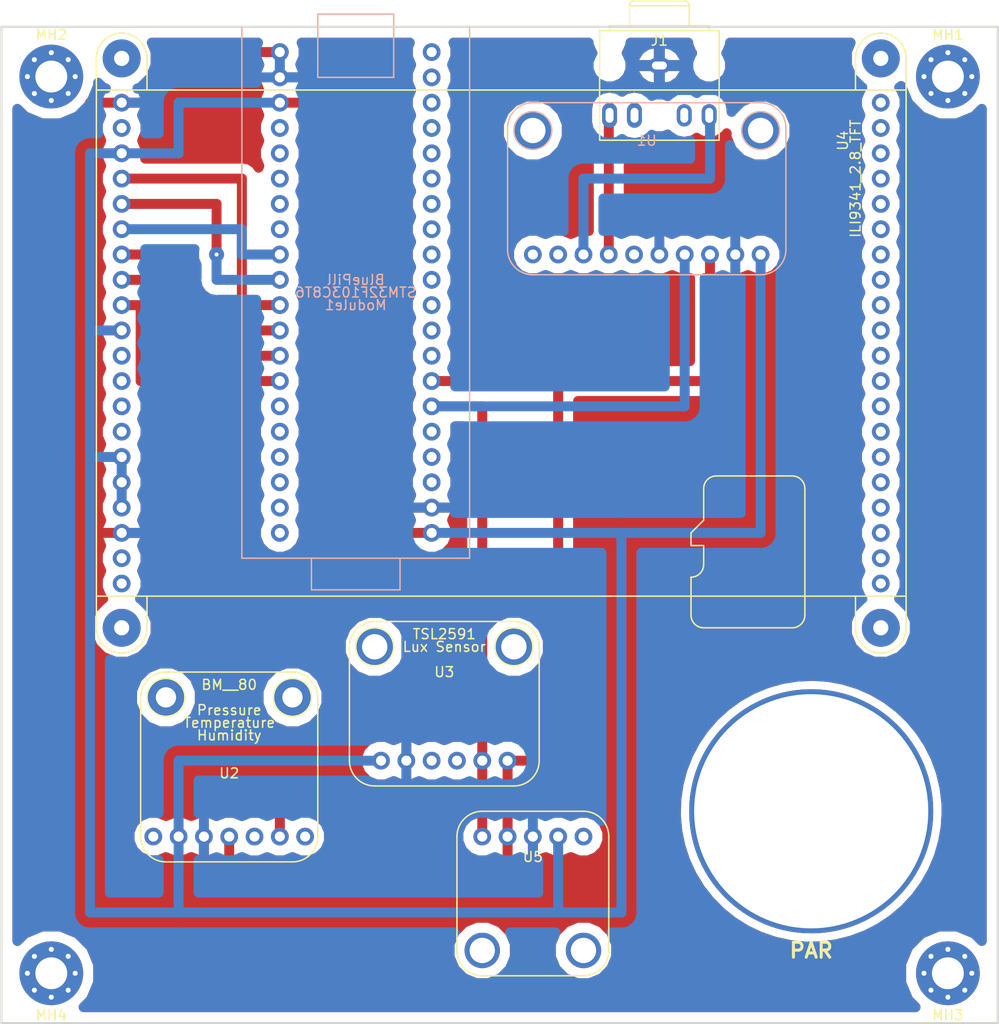
<source format=kicad_pcb>
(kicad_pcb (version 20171130) (host pcbnew "(5.0.1)-3")

  (general
    (thickness 1.6)
    (drawings 5)
    (tracks 127)
    (zones 0)
    (modules 11)
    (nets 13)
  )

  (page A4)
  (layers
    (0 F.Cu signal)
    (31 B.Cu signal)
    (32 B.Adhes user)
    (33 F.Adhes user)
    (34 B.Paste user)
    (35 F.Paste user)
    (36 B.SilkS user)
    (37 F.SilkS user)
    (38 B.Mask user)
    (39 F.Mask user)
    (40 Dwgs.User user)
    (41 Cmts.User user)
    (42 Eco1.User user)
    (43 Eco2.User user)
    (44 Edge.Cuts user)
    (45 Margin user)
    (46 B.CrtYd user)
    (47 F.CrtYd user)
    (48 B.Fab user)
    (49 F.Fab user)
  )

  (setup
    (last_trace_width 0.25)
    (trace_clearance 0.2)
    (zone_clearance 0.508)
    (zone_45_only no)
    (trace_min 0.2)
    (segment_width 0.2)
    (edge_width 0.15)
    (via_size 0.8)
    (via_drill 0.4)
    (via_min_size 0.4)
    (via_min_drill 0.3)
    (uvia_size 0.3)
    (uvia_drill 0.1)
    (uvias_allowed no)
    (uvia_min_size 0.2)
    (uvia_min_drill 0.1)
    (pcb_text_width 0.3)
    (pcb_text_size 1.5 1.5)
    (mod_edge_width 0.15)
    (mod_text_size 1 1)
    (mod_text_width 0.15)
    (pad_size 1.524 1.524)
    (pad_drill 0.762)
    (pad_to_mask_clearance 0.2)
    (solder_mask_min_width 0.25)
    (aux_axis_origin 0 0)
    (grid_origin 25 25)
    (visible_elements 7FFFFFFF)
    (pcbplotparams
      (layerselection 0x010f0_ffffffff)
      (usegerberextensions false)
      (usegerberattributes false)
      (usegerberadvancedattributes false)
      (creategerberjobfile false)
      (excludeedgelayer false)
      (linewidth 0.100000)
      (plotframeref false)
      (viasonmask false)
      (mode 1)
      (useauxorigin false)
      (hpglpennumber 1)
      (hpglpenspeed 20)
      (hpglpendiameter 15.000000)
      (psnegative false)
      (psa4output false)
      (plotreference true)
      (plotvalue true)
      (plotinvisibletext false)
      (padsonsilk true)
      (subtractmaskfromsilk false)
      (outputformat 1)
      (mirror false)
      (drillshape 0)
      (scaleselection 1)
      (outputdirectory "plots/"))
  )

  (net 0 "")
  (net 1 GND)
  (net 2 SCL)
  (net 3 SDA)
  (net 4 +3V3)
  (net 5 ChipSelect)
  (net 6 CLK)
  (net 7 MISO)
  (net 8 MOSI)
  (net 9 Reset)
  (net 10 Data_Command)
  (net 11 "Net-(J1-Pad2)")
  (net 12 "Net-(J1-Pad5)")

  (net_class Default "This is the default net class."
    (clearance 0.2)
    (trace_width 0.25)
    (via_dia 0.8)
    (via_drill 0.4)
    (uvia_dia 0.3)
    (uvia_drill 0.1)
  )

  (net_class Apogee ""
    (clearance 0.2)
    (trace_width 1)
    (via_dia 0.8)
    (via_drill 0.4)
    (uvia_dia 0.3)
    (uvia_drill 0.1)
    (add_net "Net-(J1-Pad2)")
    (add_net "Net-(J1-Pad5)")
  )

  (net_class I2C ""
    (clearance 0.2)
    (trace_width 1)
    (via_dia 0.8)
    (via_drill 0.4)
    (uvia_dia 0.3)
    (uvia_drill 0.1)
    (add_net SCL)
    (add_net SDA)
  )

  (net_class Power ""
    (clearance 0.2)
    (trace_width 1)
    (via_dia 1.5)
    (via_drill 0.4)
    (uvia_dia 0.3)
    (uvia_drill 0.1)
    (add_net +3V3)
    (add_net CLK)
    (add_net ChipSelect)
    (add_net Data_Command)
    (add_net GND)
    (add_net MISO)
    (add_net MOSI)
    (add_net Reset)
  )

  (module "sparkfun_modules:Audio 3.5 Jack [4Ucon 08780]" (layer F.Cu) (tedit 5BC940AA) (tstamp 5BCE2E77)
    (at 91.04 25.39)
    (path /5BC8794B)
    (fp_text reference J1 (at 0 1) (layer F.SilkS)
      (effects (font (size 1 1) (thickness 0.15)))
    )
    (fp_text value Audio_3.5mm (at 0 6) (layer F.Fab)
      (effects (font (size 1 1) (thickness 0.15)))
    )
    (fp_line (start 6 0) (end 6 11) (layer F.SilkS) (width 0.15))
    (fp_line (start 6 11) (end 0 11) (layer F.SilkS) (width 0.15))
    (fp_line (start 0 11) (end -6 11) (layer F.SilkS) (width 0.15))
    (fp_line (start -6 11) (end -6 0) (layer F.SilkS) (width 0.15))
    (fp_line (start -6 0) (end 6 0) (layer F.SilkS) (width 0.15))
    (fp_line (start -5 0) (end -5 -0.5) (layer F.SilkS) (width 0.15))
    (fp_line (start 5 -0.5) (end 5 0) (layer F.SilkS) (width 0.15))
    (fp_line (start 3 -0.5) (end 3 -2.5) (layer F.SilkS) (width 0.15))
    (fp_line (start 3 -2.5) (end -3 -2.5) (layer F.SilkS) (width 0.15))
    (fp_line (start -3 -2.5) (end -3 -0.5) (layer F.SilkS) (width 0.15))
    (fp_line (start 5 -0.5) (end -5 -0.5) (layer F.SilkS) (width 0.15))
    (fp_line (start 2.5 -3) (end -2.5 -3) (layer F.SilkS) (width 0.15))
    (fp_arc (start 2.5 -2.5) (end 3 -2.5) (angle -90) (layer F.SilkS) (width 0.15))
    (fp_arc (start -2.5 -2.5) (end -2.5 -3) (angle -90) (layer F.SilkS) (width 0.15))
    (pad 1 thru_hole oval (at 0 3.5) (size 2.25 1.5) (drill oval 1.5 0.8) (layers *.Cu *.Mask)
      (net 1 GND))
    (pad 2 thru_hole oval (at 5 8.5) (size 1.5 2.25) (drill oval 0.8 1.5) (layers *.Cu *.Mask)
      (net 11 "Net-(J1-Pad2)"))
    (pad 3 thru_hole oval (at 2.5 8.5) (size 1.5 2.25) (drill oval 0.8 1.5) (layers *.Cu *.Mask))
    (pad 4 thru_hole oval (at -2.5 8.5) (size 1.5 2.5) (drill oval 0.8 1.5) (layers *.Cu *.Mask))
    (pad 5 thru_hole oval (at -5 8.5) (size 1.5 2.5) (drill oval 0.8 1.5) (layers *.Cu *.Mask)
      (net 12 "Net-(J1-Pad5)"))
    (pad "" np_thru_hole circle (at 5 3.5) (size 1.2 1.2) (drill 1.2) (layers *.Cu *.Mask))
    (pad "" np_thru_hole circle (at -5 3.5) (size 1.2 1.2) (drill 1.2) (layers *.Cu *.Mask))
    (pad "" np_thru_hole circle (at -5 1) (size 1.2 1.2) (drill 1.2) (layers *.Cu *.Mask))
    (pad "" np_thru_hole circle (at 5 1) (size 1.2 1.2) (drill 1.2) (layers *.Cu *.Mask))
    (pad "" np_thru_hole circle (at 0 8.5) (size 1.2 1.2) (drill 1.2) (layers *.Cu *.Mask))
  )

  (module MountingHole:MountingHole_3.2mm_M3_Pad_Via (layer F.Cu) (tedit 56DDBCCA) (tstamp 5BCE2B89)
    (at 120 30)
    (descr "Mounting Hole 3.2mm, M3")
    (tags "mounting hole 3.2mm m3")
    (path /5BB54A05)
    (attr virtual)
    (fp_text reference MH1 (at 0 -4.2) (layer F.SilkS)
      (effects (font (size 1 1) (thickness 0.15)))
    )
    (fp_text value MountingHole (at 0 4.2) (layer F.Fab)
      (effects (font (size 1 1) (thickness 0.15)))
    )
    (fp_text user %R (at 0.3 0) (layer F.Fab)
      (effects (font (size 1 1) (thickness 0.15)))
    )
    (fp_circle (center 0 0) (end 3.2 0) (layer Cmts.User) (width 0.15))
    (fp_circle (center 0 0) (end 3.45 0) (layer F.CrtYd) (width 0.05))
    (pad 1 thru_hole circle (at 0 0) (size 6.4 6.4) (drill 3.2) (layers *.Cu *.Mask))
    (pad 1 thru_hole circle (at 2.4 0) (size 0.8 0.8) (drill 0.5) (layers *.Cu *.Mask))
    (pad 1 thru_hole circle (at 1.697056 1.697056) (size 0.8 0.8) (drill 0.5) (layers *.Cu *.Mask))
    (pad 1 thru_hole circle (at 0 2.4) (size 0.8 0.8) (drill 0.5) (layers *.Cu *.Mask))
    (pad 1 thru_hole circle (at -1.697056 1.697056) (size 0.8 0.8) (drill 0.5) (layers *.Cu *.Mask))
    (pad 1 thru_hole circle (at -2.4 0) (size 0.8 0.8) (drill 0.5) (layers *.Cu *.Mask))
    (pad 1 thru_hole circle (at -1.697056 -1.697056) (size 0.8 0.8) (drill 0.5) (layers *.Cu *.Mask))
    (pad 1 thru_hole circle (at 0 -2.4) (size 0.8 0.8) (drill 0.5) (layers *.Cu *.Mask))
    (pad 1 thru_hole circle (at 1.697056 -1.697056) (size 0.8 0.8) (drill 0.5) (layers *.Cu *.Mask))
  )

  (module MountingHole:MountingHole_3.2mm_M3_Pad_Via (layer F.Cu) (tedit 56DDBCCA) (tstamp 5BCE2E3E)
    (at 30 30)
    (descr "Mounting Hole 3.2mm, M3")
    (tags "mounting hole 3.2mm m3")
    (path /5BB54A69)
    (attr virtual)
    (fp_text reference MH2 (at 0 -4.2) (layer F.SilkS)
      (effects (font (size 1 1) (thickness 0.15)))
    )
    (fp_text value MountingHole (at 0 4.2) (layer F.Fab)
      (effects (font (size 1 1) (thickness 0.15)))
    )
    (fp_text user %R (at 0.3 0) (layer F.Fab)
      (effects (font (size 1 1) (thickness 0.15)))
    )
    (fp_circle (center 0 0) (end 3.2 0) (layer Cmts.User) (width 0.15))
    (fp_circle (center 0 0) (end 3.45 0) (layer F.CrtYd) (width 0.05))
    (pad 1 thru_hole circle (at 0 0) (size 6.4 6.4) (drill 3.2) (layers *.Cu *.Mask))
    (pad 1 thru_hole circle (at 2.4 0) (size 0.8 0.8) (drill 0.5) (layers *.Cu *.Mask))
    (pad 1 thru_hole circle (at 1.697056 1.697056) (size 0.8 0.8) (drill 0.5) (layers *.Cu *.Mask))
    (pad 1 thru_hole circle (at 0 2.4) (size 0.8 0.8) (drill 0.5) (layers *.Cu *.Mask))
    (pad 1 thru_hole circle (at -1.697056 1.697056) (size 0.8 0.8) (drill 0.5) (layers *.Cu *.Mask))
    (pad 1 thru_hole circle (at -2.4 0) (size 0.8 0.8) (drill 0.5) (layers *.Cu *.Mask))
    (pad 1 thru_hole circle (at -1.697056 -1.697056) (size 0.8 0.8) (drill 0.5) (layers *.Cu *.Mask))
    (pad 1 thru_hole circle (at 0 -2.4) (size 0.8 0.8) (drill 0.5) (layers *.Cu *.Mask))
    (pad 1 thru_hole circle (at 1.697056 -1.697056) (size 0.8 0.8) (drill 0.5) (layers *.Cu *.Mask))
  )

  (module MountingHole:MountingHole_3.2mm_M3_Pad_Via (layer F.Cu) (tedit 56DDBCCA) (tstamp 5BCE2E11)
    (at 120 120 180)
    (descr "Mounting Hole 3.2mm, M3")
    (tags "mounting hole 3.2mm m3")
    (path /5BB54A3D)
    (attr virtual)
    (fp_text reference MH3 (at 0 -4.2 180) (layer F.SilkS)
      (effects (font (size 1 1) (thickness 0.15)))
    )
    (fp_text value MountingHole (at 0 4.2 180) (layer F.Fab)
      (effects (font (size 1 1) (thickness 0.15)))
    )
    (fp_circle (center 0 0) (end 3.45 0) (layer F.CrtYd) (width 0.05))
    (fp_circle (center 0 0) (end 3.2 0) (layer Cmts.User) (width 0.15))
    (fp_text user %R (at 0.3 0 180) (layer F.Fab)
      (effects (font (size 1 1) (thickness 0.15)))
    )
    (pad 1 thru_hole circle (at 1.697056 -1.697056 180) (size 0.8 0.8) (drill 0.5) (layers *.Cu *.Mask))
    (pad 1 thru_hole circle (at 0 -2.4 180) (size 0.8 0.8) (drill 0.5) (layers *.Cu *.Mask))
    (pad 1 thru_hole circle (at -1.697056 -1.697056 180) (size 0.8 0.8) (drill 0.5) (layers *.Cu *.Mask))
    (pad 1 thru_hole circle (at -2.4 0 180) (size 0.8 0.8) (drill 0.5) (layers *.Cu *.Mask))
    (pad 1 thru_hole circle (at -1.697056 1.697056 180) (size 0.8 0.8) (drill 0.5) (layers *.Cu *.Mask))
    (pad 1 thru_hole circle (at 0 2.4 180) (size 0.8 0.8) (drill 0.5) (layers *.Cu *.Mask))
    (pad 1 thru_hole circle (at 1.697056 1.697056 180) (size 0.8 0.8) (drill 0.5) (layers *.Cu *.Mask))
    (pad 1 thru_hole circle (at 2.4 0 180) (size 0.8 0.8) (drill 0.5) (layers *.Cu *.Mask))
    (pad 1 thru_hole circle (at 0 0 180) (size 6.4 6.4) (drill 3.2) (layers *.Cu *.Mask))
  )

  (module MountingHole:MountingHole_3.2mm_M3_Pad_Via (layer F.Cu) (tedit 56DDBCCA) (tstamp 5BCE2DE4)
    (at 30 120 180)
    (descr "Mounting Hole 3.2mm, M3")
    (tags "mounting hole 3.2mm m3")
    (path /5BB54A8B)
    (attr virtual)
    (fp_text reference MH4 (at 0 -4.2 180) (layer F.SilkS)
      (effects (font (size 1 1) (thickness 0.15)))
    )
    (fp_text value MountingHole (at 0 4.2 180) (layer F.Fab)
      (effects (font (size 1 1) (thickness 0.15)))
    )
    (fp_circle (center 0 0) (end 3.45 0) (layer F.CrtYd) (width 0.05))
    (fp_circle (center 0 0) (end 3.2 0) (layer Cmts.User) (width 0.15))
    (fp_text user %R (at 0.3 0 180) (layer F.Fab)
      (effects (font (size 1 1) (thickness 0.15)))
    )
    (pad 1 thru_hole circle (at 1.697056 -1.697056 180) (size 0.8 0.8) (drill 0.5) (layers *.Cu *.Mask))
    (pad 1 thru_hole circle (at 0 -2.4 180) (size 0.8 0.8) (drill 0.5) (layers *.Cu *.Mask))
    (pad 1 thru_hole circle (at -1.697056 -1.697056 180) (size 0.8 0.8) (drill 0.5) (layers *.Cu *.Mask))
    (pad 1 thru_hole circle (at -2.4 0 180) (size 0.8 0.8) (drill 0.5) (layers *.Cu *.Mask))
    (pad 1 thru_hole circle (at -1.697056 1.697056 180) (size 0.8 0.8) (drill 0.5) (layers *.Cu *.Mask))
    (pad 1 thru_hole circle (at 0 2.4 180) (size 0.8 0.8) (drill 0.5) (layers *.Cu *.Mask))
    (pad 1 thru_hole circle (at 1.697056 1.697056 180) (size 0.8 0.8) (drill 0.5) (layers *.Cu *.Mask))
    (pad 1 thru_hole circle (at 2.4 0 180) (size 0.8 0.8) (drill 0.5) (layers *.Cu *.Mask))
    (pad 1 thru_hole circle (at 0 0 180) (size 6.4 6.4) (drill 3.2) (layers *.Cu *.Mask))
  )

  (module modules:BluePill (layer B.Cu) (tedit 5BC9641B) (tstamp 5BCE2D5F)
    (at 60.56 51.67 180)
    (path /5B8A1FA9)
    (fp_text reference Module1 (at 0 -1.27 180) (layer B.SilkS)
      (effects (font (size 1 1) (thickness 0.15)) (justify mirror))
    )
    (fp_text value BluePill (at 0 1.27 180) (layer B.SilkS)
      (effects (font (size 1 1) (thickness 0.15)) (justify mirror))
    )
    (fp_text user STM32F103C8T6 (at 0 0 180) (layer B.SilkS)
      (effects (font (size 1 1) (thickness 0.15)) (justify mirror))
    )
    (fp_line (start -10.16 -26.67) (end 10.16 -26.67) (layer B.SilkS) (width 0.15))
    (fp_line (start 10.16 26.67) (end -10.16 26.67) (layer B.SilkS) (width 0.15))
    (fp_line (start -3.81 27.94) (end 3.81 27.94) (layer B.SilkS) (width 0.15))
    (fp_line (start 3.81 27.94) (end 3.81 21.59) (layer B.SilkS) (width 0.15))
    (fp_line (start 3.81 21.59) (end -3.81 21.59) (layer B.SilkS) (width 0.15))
    (fp_line (start -3.81 21.59) (end -3.81 27.94) (layer B.SilkS) (width 0.15))
    (fp_line (start 10.16 26.67) (end 11.43 26.67) (layer B.SilkS) (width 0.15))
    (fp_line (start 11.43 26.67) (end 11.43 -26.67) (layer B.SilkS) (width 0.15))
    (fp_line (start 11.43 -26.67) (end 10.16 -26.67) (layer B.SilkS) (width 0.15))
    (fp_line (start -10.16 -26.67) (end -11.43 -26.67) (layer B.SilkS) (width 0.15))
    (fp_line (start -11.43 -26.67) (end -11.43 26.67) (layer B.SilkS) (width 0.15))
    (fp_line (start -11.43 26.67) (end -10.16 26.67) (layer B.SilkS) (width 0.15))
    (fp_line (start 4.445 -26.67) (end 4.445 -29.845) (layer B.SilkS) (width 0.15))
    (fp_line (start 4.445 -29.845) (end -4.445 -29.845) (layer B.SilkS) (width 0.15))
    (fp_line (start -4.445 -29.845) (end -4.445 -26.67) (layer B.SilkS) (width 0.15))
    (pad 1 thru_hole circle (at -7.62 24.13 180) (size 1.778 1.778) (drill 1.016) (layers *.Cu *.Mask))
    (pad 2 thru_hole circle (at -7.62 21.59 180) (size 1.778 1.778) (drill 1.016) (layers *.Cu *.Mask))
    (pad 3 thru_hole circle (at -7.62 19.05 180) (size 1.778 1.778) (drill 1.016) (layers *.Cu *.Mask))
    (pad 4 thru_hole circle (at -7.62 16.51 180) (size 1.778 1.778) (drill 1.016) (layers *.Cu *.Mask))
    (pad 5 thru_hole circle (at -7.62 13.97 180) (size 1.778 1.778) (drill 1.016) (layers *.Cu *.Mask))
    (pad 6 thru_hole circle (at -7.62 11.43 180) (size 1.778 1.778) (drill 1.016) (layers *.Cu *.Mask))
    (pad 7 thru_hole circle (at -7.62 8.89 180) (size 1.778 1.778) (drill 1.016) (layers *.Cu *.Mask))
    (pad 8 thru_hole circle (at -7.62 6.35 180) (size 1.778 1.778) (drill 1.016) (layers *.Cu *.Mask))
    (pad 9 thru_hole circle (at -7.62 3.81 180) (size 1.778 1.778) (drill 1.016) (layers *.Cu *.Mask))
    (pad 10 thru_hole circle (at -7.62 1.27 180) (size 1.778 1.778) (drill 1.016) (layers *.Cu *.Mask))
    (pad 11 thru_hole circle (at -7.62 -1.27 180) (size 1.778 1.778) (drill 1.016) (layers *.Cu *.Mask))
    (pad 12 thru_hole circle (at -7.62 -3.81 180) (size 1.778 1.778) (drill 1.016) (layers *.Cu *.Mask))
    (pad 13 thru_hole circle (at -7.62 -6.35 180) (size 1.778 1.778) (drill 1.016) (layers *.Cu *.Mask))
    (pad 14 thru_hole circle (at -7.62 -8.89 180) (size 1.778 1.778) (drill 1.016) (layers *.Cu *.Mask)
      (net 2 SCL))
    (pad 15 thru_hole circle (at -7.62 -11.43 180) (size 1.778 1.778) (drill 1.016) (layers *.Cu *.Mask)
      (net 3 SDA))
    (pad 16 thru_hole circle (at -7.62 -13.97 180) (size 1.778 1.778) (drill 1.016) (layers *.Cu *.Mask))
    (pad 17 thru_hole circle (at -7.62 -16.51 180) (size 1.778 1.778) (drill 1.016) (layers *.Cu *.Mask))
    (pad 18 thru_hole circle (at -7.62 -19.05 180) (size 1.778 1.778) (drill 1.016) (layers *.Cu *.Mask))
    (pad 19 thru_hole circle (at -7.62 -21.59 180) (size 1.778 1.778) (drill 1.016) (layers *.Cu *.Mask)
      (net 1 GND))
    (pad 20 thru_hole circle (at -7.62 -24.13 180) (size 1.778 1.778) (drill 1.016) (layers *.Cu *.Mask)
      (net 4 +3V3))
    (pad 21 thru_hole circle (at 7.62 -24.13 180) (size 1.778 1.778) (drill 1.016) (layers *.Cu *.Mask))
    (pad 22 thru_hole circle (at 7.62 -21.59 180) (size 1.778 1.778) (drill 1.016) (layers *.Cu *.Mask))
    (pad 23 thru_hole circle (at 7.62 -19.05 180) (size 1.778 1.778) (drill 1.016) (layers *.Cu *.Mask))
    (pad 25 thru_hole circle (at 7.62 -16.51 180) (size 1.778 1.778) (drill 1.016) (layers *.Cu *.Mask))
    (pad 24 thru_hole circle (at 7.62 -13.97 180) (size 1.778 1.778) (drill 1.016) (layers *.Cu *.Mask))
    (pad 26 thru_hole circle (at 7.62 -11.43 180) (size 1.778 1.778) (drill 1.016) (layers *.Cu *.Mask))
    (pad 27 thru_hole circle (at 7.62 -8.89 180) (size 1.778 1.778) (drill 1.016) (layers *.Cu *.Mask)
      (net 9 Reset))
    (pad 28 thru_hole circle (at 7.62 -6.35 180) (size 1.778 1.778) (drill 1.016) (layers *.Cu *.Mask)
      (net 10 Data_Command))
    (pad 29 thru_hole circle (at 7.62 -3.81 180) (size 1.778 1.778) (drill 1.016) (layers *.Cu *.Mask)
      (net 5 ChipSelect))
    (pad 30 thru_hole circle (at 7.62 -1.27 180) (size 1.778 1.778) (drill 1.016) (layers *.Cu *.Mask)
      (net 6 CLK))
    (pad 31 thru_hole circle (at 7.62 1.27 180) (size 1.778 1.778) (drill 1.016) (layers *.Cu *.Mask)
      (net 7 MISO))
    (pad 32 thru_hole circle (at 7.62 3.81 180) (size 1.778 1.778) (drill 1.016) (layers *.Cu *.Mask)
      (net 8 MOSI))
    (pad 33 thru_hole circle (at 7.62 6.35 180) (size 1.778 1.778) (drill 1.016) (layers *.Cu *.Mask))
    (pad 34 thru_hole circle (at 7.62 8.89 180) (size 1.778 1.778) (drill 1.016) (layers *.Cu *.Mask))
    (pad 35 thru_hole circle (at 7.62 11.43 180) (size 1.778 1.778) (drill 1.016) (layers *.Cu *.Mask))
    (pad 36 thru_hole circle (at 7.62 13.97 180) (size 1.778 1.778) (drill 1.016) (layers *.Cu *.Mask))
    (pad 37 thru_hole circle (at 7.62 16.51 180) (size 1.778 1.778) (drill 1.016) (layers *.Cu *.Mask))
    (pad 38 thru_hole circle (at 7.62 19.05 180) (size 1.778 1.778) (drill 1.016) (layers *.Cu *.Mask)
      (net 4 +3V3))
    (pad 39 thru_hole circle (at 7.62 21.59 180) (size 1.778 1.778) (drill 1.016) (layers *.Cu *.Mask)
      (net 1 GND))
    (pad 40 thru_hole circle (at 7.62 24.13 180) (size 1.778 1.778) (drill 1.016) (layers *.Cu *.Mask)
      (net 1 GND))
  )

  (module adafruit_modules:ADS1115_ADS1015 (layer B.Cu) (tedit 5BBD7777) (tstamp 5BCE2CF2)
    (at 89.77 47.86 180)
    (path /5B8A20F4)
    (fp_text reference U1 (at 0 11.43 180) (layer B.SilkS)
      (effects (font (size 1 1) (thickness 0.15)) (justify mirror))
    )
    (fp_text value ADS1115_ADS1015 (at 0 13.97 180) (layer B.Fab)
      (effects (font (size 1 1) (thickness 0.15)) (justify mirror))
    )
    (fp_line (start 13.97 0.508) (end 13.97 12.7) (layer B.SilkS) (width 0.15))
    (fp_line (start 11.43 15.24) (end -11.43 15.24) (layer B.SilkS) (width 0.15))
    (fp_line (start -13.97 12.7) (end -13.97 0.508) (layer B.SilkS) (width 0.15))
    (fp_arc (start 11.43 12.7) (end 13.97 12.7) (angle 90) (layer B.SilkS) (width 0.15))
    (fp_arc (start -11.43 12.7) (end -11.43 15.24) (angle 90) (layer B.SilkS) (width 0.15))
    (fp_circle (center -11.43 12.446) (end -11.43 10.541) (layer B.SilkS) (width 0.15))
    (fp_circle (center 11.43 12.446) (end 11.43 10.541) (layer B.SilkS) (width 0.15))
    (fp_line (start -11.43 -2.032) (end 11.43 -2.032) (layer B.SilkS) (width 0.15))
    (fp_arc (start 11.43 0.508) (end 11.43 -2.032) (angle 90) (layer B.SilkS) (width 0.15))
    (fp_arc (start -11.43 0.508) (end -13.97 0.508) (angle 90) (layer B.SilkS) (width 0.15))
    (pad 1 thru_hole circle (at -11.43 0 180) (size 1.778 1.778) (drill 1.016) (layers *.Cu *.Mask)
      (net 4 +3V3))
    (pad 2 thru_hole circle (at -8.89 0 180) (size 1.778 1.778) (drill 1.016) (layers *.Cu *.Mask)
      (net 1 GND))
    (pad 3 thru_hole circle (at -6.35 0 180) (size 1.778 1.778) (drill 1.016) (layers *.Cu *.Mask)
      (net 2 SCL))
    (pad 4 thru_hole circle (at -3.81 0 180) (size 1.778 1.778) (drill 1.016) (layers *.Cu *.Mask)
      (net 3 SDA))
    (pad 5 thru_hole circle (at -1.27 0 180) (size 1.778 1.778) (drill 1.016) (layers *.Cu *.Mask)
      (net 1 GND))
    (pad 6 thru_hole circle (at 1.27 0 180) (size 1.778 1.778) (drill 1.016) (layers *.Cu *.Mask))
    (pad 7 thru_hole circle (at 3.81 0 180) (size 1.778 1.778) (drill 1.016) (layers *.Cu *.Mask)
      (net 12 "Net-(J1-Pad5)"))
    (pad 8 thru_hole circle (at 6.35 0 180) (size 1.778 1.778) (drill 1.016) (layers *.Cu *.Mask)
      (net 11 "Net-(J1-Pad2)"))
    (pad 9 thru_hole circle (at 8.89 0 180) (size 1.778 1.778) (drill 1.016) (layers *.Cu *.Mask))
    (pad 10 thru_hole circle (at 11.43 0 180) (size 1.778 1.778) (drill 1.016) (layers *.Cu *.Mask))
    (pad "" np_thru_hole circle (at -11.43 12.446 180) (size 3.81 3.81) (drill 2.54) (layers *.Cu *.Mask))
    (pad "" np_thru_hole circle (at 11.43 12.446 180) (size 3.81 3.81) (drill 2.54) (layers *.Cu *.Mask))
  )

  (module adafruit_modules:BME280_BMP280_BME680 (layer F.Cu) (tedit 5BBD75C2) (tstamp 5BCE2CA7)
    (at 47.86 106.28)
    (path /5BC98749)
    (fp_text reference U2 (at 0 -6.35) (layer F.SilkS)
      (effects (font (size 1 1) (thickness 0.15)))
    )
    (fp_text value BM__80 (at 0 -15.24) (layer F.SilkS)
      (effects (font (size 1 1) (thickness 0.15)))
    )
    (fp_line (start -6.35 2.54) (end 6.35 2.54) (layer F.SilkS) (width 0.15))
    (fp_line (start -8.89 0) (end -8.89 -13.97) (layer F.SilkS) (width 0.15))
    (fp_line (start -6.35 -16.51) (end 6.35 -16.51) (layer F.SilkS) (width 0.15))
    (fp_line (start 8.89 -13.97) (end 8.89 0) (layer F.SilkS) (width 0.15))
    (fp_arc (start -6.35 0) (end -8.89 0) (angle -90) (layer F.SilkS) (width 0.15))
    (fp_arc (start 6.35 0) (end 6.35 2.54) (angle -90) (layer F.SilkS) (width 0.15))
    (fp_arc (start 6.35 -13.97) (end 8.89 -13.97) (angle -90) (layer F.SilkS) (width 0.15))
    (fp_arc (start -6.35 -13.97) (end -6.35 -16.51) (angle -90) (layer F.SilkS) (width 0.15))
    (fp_text user Temperature (at 0 -11.43) (layer F.SilkS)
      (effects (font (size 1 1) (thickness 0.15)))
    )
    (fp_text user Pressure (at 0 -12.7) (layer F.SilkS)
      (effects (font (size 1 1) (thickness 0.15)))
    )
    (fp_text user Humidity (at 0 -10.16) (layer F.SilkS)
      (effects (font (size 1 1) (thickness 0.15)))
    )
    (fp_circle (center 6.35 -13.97) (end 6.35 -12.065) (layer F.SilkS) (width 0.15))
    (fp_circle (center -6.35 -13.97) (end -6.35 -12.065) (layer F.SilkS) (width 0.15))
    (pad 1 thru_hole circle (at -7.62 0) (size 1.778 1.778) (drill 1.016) (layers *.Cu *.Mask))
    (pad 2 thru_hole circle (at -5.08 0) (size 1.778 1.778) (drill 1.016) (layers *.Cu *.Mask)
      (net 4 +3V3))
    (pad 3 thru_hole circle (at -2.54 0) (size 1.778 1.778) (drill 1.016) (layers *.Cu *.Mask)
      (net 1 GND))
    (pad 4 thru_hole circle (at 0 0) (size 1.778 1.778) (drill 1.016) (layers *.Cu *.Mask)
      (net 2 SCL))
    (pad 5 thru_hole circle (at 2.54 0) (size 1.778 1.778) (drill 1.016) (layers *.Cu *.Mask))
    (pad 6 thru_hole circle (at 5.08 0) (size 1.778 1.778) (drill 1.016) (layers *.Cu *.Mask)
      (net 3 SDA))
    (pad 7 thru_hole circle (at 7.62 0) (size 1.778 1.778) (drill 1.016) (layers *.Cu *.Mask))
    (pad "" np_thru_hole circle (at -6.35 -13.97) (size 3.81 3.81) (drill 2.032) (layers *.Cu *.Mask))
    (pad "" np_thru_hole circle (at 6.35 -13.97) (size 3.81 3.81) (drill 2.032) (layers *.Cu *.Mask))
  )

  (module adafruit_modules:TSL2591 (layer F.Cu) (tedit 5BBD78E9) (tstamp 5BCE2EF9)
    (at 69.45 92.31)
    (path /5B8A2080)
    (fp_text reference U3 (at 0 -2.54) (layer F.SilkS)
      (effects (font (size 1 1) (thickness 0.15)))
    )
    (fp_text value TSL2591 (at 0 -6.35) (layer F.SilkS)
      (effects (font (size 1 1) (thickness 0.15)))
    )
    (fp_line (start -6.985 8.89) (end 6.985 8.89) (layer F.SilkS) (width 0.15))
    (fp_line (start -9.525 6.35) (end -9.525 -5.08) (layer F.SilkS) (width 0.15))
    (fp_line (start 9.525 6.35) (end 9.525 -5.08) (layer F.SilkS) (width 0.15))
    (fp_line (start -6.985 -7.62) (end 6.985 -7.62) (layer F.SilkS) (width 0.15))
    (fp_arc (start -6.985 -5.08) (end -6.985 -7.62) (angle -90) (layer F.SilkS) (width 0.15))
    (fp_arc (start 6.985 -5.08) (end 9.525 -5.08) (angle -90) (layer F.SilkS) (width 0.15))
    (fp_arc (start 6.985 6.35) (end 6.985 8.89) (angle -90) (layer F.SilkS) (width 0.15))
    (fp_arc (start -6.985 6.35) (end -9.525 6.35) (angle -90) (layer F.SilkS) (width 0.15))
    (fp_text user "Lux Sensor" (at 0 -5.08) (layer F.SilkS)
      (effects (font (size 1 1) (thickness 0.15)))
    )
    (fp_circle (center 6.985 -5.08) (end 8.89 -5.08) (layer F.SilkS) (width 0.15))
    (fp_circle (center -6.985 -5.08) (end -5.08 -5.08) (layer F.SilkS) (width 0.15))
    (pad "" np_thru_hole circle (at -6.985 -5.08) (size 3.81 3.81) (drill 2.54) (layers *.Cu *.Mask))
    (pad "" np_thru_hole circle (at 6.985 -5.08) (size 3.81 3.81) (drill 2.54) (layers *.Cu *.Mask))
    (pad 1 thru_hole circle (at -6.35 6.35) (size 1.778 1.778) (drill 1.016) (layers *.Cu *.Mask)
      (net 4 +3V3))
    (pad 2 thru_hole circle (at -3.81 6.35) (size 1.778 1.778) (drill 1.016) (layers *.Cu *.Mask)
      (net 1 GND))
    (pad 3 thru_hole circle (at -1.27 6.35) (size 1.778 1.778) (drill 1.016) (layers *.Cu *.Mask))
    (pad 4 thru_hole circle (at 1.27 6.35) (size 1.778 1.778) (drill 1.016) (layers *.Cu *.Mask))
    (pad 5 thru_hole circle (at 3.81 6.35) (size 1.778 1.778) (drill 1.016) (layers *.Cu *.Mask)
      (net 3 SDA))
    (pad 6 thru_hole circle (at 6.35 6.35) (size 1.778 1.778) (drill 1.016) (layers *.Cu *.Mask)
      (net 2 SCL))
  )

  (module adafruit_modules:adafruit_ILI9341_2.8_double_mode (layer F.Cu) (tedit 5BBD7720) (tstamp 5BDBD1F2)
    (at 113.265 32.62 270)
    (path /5B8A2002)
    (fp_text reference U4 (at 3.81 3.81 270) (layer F.SilkS)
      (effects (font (size 1 1) (thickness 0.15)))
    )
    (fp_text value ILI9341_2.8_TFT (at 7.62 2.54 270) (layer F.SilkS)
      (effects (font (size 1 1) (thickness 0.15)))
    )
    (fp_line (start -1.27 -2.54) (end 49.53 -2.54) (layer F.SilkS) (width 0.15))
    (fp_line (start 49.53 -2.54) (end 49.53 78.74) (layer F.SilkS) (width 0.15))
    (fp_line (start 49.53 78.74) (end -1.27 78.74) (layer F.SilkS) (width 0.15))
    (fp_line (start -1.27 78.74) (end -1.27 -2.54) (layer F.SilkS) (width 0.15))
    (fp_arc (start -4.445 0) (end -4.445 -2.54) (angle -180) (layer F.SilkS) (width 0.15))
    (fp_line (start -4.445 -2.54) (end -1.27 -2.54) (layer F.SilkS) (width 0.15))
    (fp_line (start -4.445 2.54) (end -1.27 2.54) (layer F.SilkS) (width 0.15))
    (fp_arc (start -4.445 76.2) (end -4.445 73.66) (angle -180) (layer F.SilkS) (width 0.15))
    (fp_arc (start 52.705 76.2) (end 52.705 78.74) (angle -180) (layer F.SilkS) (width 0.15))
    (fp_arc (start 52.705 0) (end 52.705 2.54) (angle -180) (layer F.SilkS) (width 0.15))
    (fp_line (start 52.705 -2.54) (end 49.53 -2.54) (layer F.SilkS) (width 0.15))
    (fp_line (start 52.705 2.54) (end 49.53 2.54) (layer F.SilkS) (width 0.15))
    (fp_line (start -1.27 78.74) (end -4.445 78.74) (layer F.SilkS) (width 0.15))
    (fp_line (start -1.27 73.66) (end -4.445 73.66) (layer F.SilkS) (width 0.15))
    (fp_line (start 52.705 73.66) (end 49.53 73.66) (layer F.SilkS) (width 0.15))
    (fp_line (start 52.705 78.74) (end 49.53 78.74) (layer F.SilkS) (width 0.15))
    (fp_line (start 52.705 8.89) (end 52.705 17.78) (layer F.SilkS) (width 0.15))
    (fp_line (start 51.435 7.62) (end 38.735 7.62) (layer F.SilkS) (width 0.15))
    (fp_arc (start 51.435 8.89) (end 52.705 8.89) (angle -90) (layer F.SilkS) (width 0.15))
    (fp_arc (start 51.435 17.78) (end 51.435 19.05) (angle -90) (layer F.SilkS) (width 0.15))
    (fp_line (start 37.465 8.89) (end 37.465 16.51) (layer F.SilkS) (width 0.15))
    (fp_arc (start 38.735 8.89) (end 38.735 7.62) (angle -90) (layer F.SilkS) (width 0.15))
    (fp_arc (start 38.735 16.51) (end 37.465 16.51) (angle -90) (layer F.SilkS) (width 0.15))
    (fp_line (start 43.18 19.05) (end 41.91 17.78) (layer F.SilkS) (width 0.15))
    (fp_line (start 44.45 19.05) (end 44.45 17.78) (layer F.SilkS) (width 0.15))
    (fp_line (start 44.45 17.78) (end 46.355 17.78) (layer F.SilkS) (width 0.15))
    (fp_arc (start 46.355 19.05) (end 47.625 19.05) (angle -90) (layer F.SilkS) (width 0.15))
    (fp_line (start 47.625 19.05) (end 51.435 19.05) (layer F.SilkS) (width 0.15))
    (fp_line (start 44.45 19.05) (end 43.18 19.05) (layer F.SilkS) (width 0.15))
    (fp_line (start 41.91 17.78) (end 38.735 17.78) (layer F.SilkS) (width 0.15))
    (pad 1 thru_hole circle (at 0 0 270) (size 1.778 1.778) (drill 1.016) (layers *.Cu *.Mask))
    (pad 2 thru_hole circle (at 2.54 0 270) (size 1.778 1.778) (drill 1.016) (layers *.Cu *.Mask))
    (pad 3 thru_hole circle (at 5.08 0 270) (size 1.778 1.778) (drill 1.016) (layers *.Cu *.Mask))
    (pad 4 thru_hole circle (at 7.62 0 270) (size 1.778 1.778) (drill 1.016) (layers *.Cu *.Mask))
    (pad 5 thru_hole circle (at 10.16 0 270) (size 1.778 1.778) (drill 1.016) (layers *.Cu *.Mask))
    (pad 6 thru_hole circle (at 12.7 0 270) (size 1.778 1.778) (drill 1.016) (layers *.Cu *.Mask))
    (pad 7 thru_hole circle (at 15.24 0 270) (size 1.778 1.778) (drill 1.016) (layers *.Cu *.Mask))
    (pad 8 thru_hole circle (at 17.78 0 270) (size 1.778 1.778) (drill 1.016) (layers *.Cu *.Mask))
    (pad 9 thru_hole circle (at 20.32 0 270) (size 1.778 1.778) (drill 1.016) (layers *.Cu *.Mask))
    (pad 10 thru_hole circle (at 22.86 0 270) (size 1.778 1.778) (drill 1.016) (layers *.Cu *.Mask))
    (pad 11 thru_hole circle (at 25.4 0 270) (size 1.778 1.778) (drill 1.016) (layers *.Cu *.Mask))
    (pad 12 thru_hole circle (at 27.94 0 270) (size 1.778 1.778) (drill 1.016) (layers *.Cu *.Mask))
    (pad 13 thru_hole circle (at 30.48 0 270) (size 1.778 1.778) (drill 1.016) (layers *.Cu *.Mask))
    (pad 14 thru_hole circle (at 33.02 0 270) (size 1.778 1.778) (drill 1.016) (layers *.Cu *.Mask))
    (pad 15 thru_hole circle (at 35.56 0 270) (size 1.778 1.778) (drill 1.016) (layers *.Cu *.Mask))
    (pad 16 thru_hole circle (at 38.1 0 270) (size 1.778 1.778) (drill 1.016) (layers *.Cu *.Mask))
    (pad 17 thru_hole circle (at 40.64 0 270) (size 1.778 1.778) (drill 1.016) (layers *.Cu *.Mask))
    (pad 18 thru_hole circle (at 43.18 0 270) (size 1.778 1.778) (drill 1.016) (layers *.Cu *.Mask))
    (pad 19 thru_hole circle (at 45.72 0 270) (size 1.778 1.778) (drill 1.016) (layers *.Cu *.Mask))
    (pad 20 thru_hole circle (at 48.26 0 270) (size 1.778 1.778) (drill 1.016) (layers *.Cu *.Mask))
    (pad 21 thru_hole circle (at 0 76.2 270) (size 1.778 1.778) (drill 1.016) (layers *.Cu *.Mask)
      (net 1 GND))
    (pad 22 thru_hole circle (at 2.54 76.2 270) (size 1.778 1.778) (drill 1.016) (layers *.Cu *.Mask))
    (pad 23 thru_hole circle (at 5.08 76.2 270) (size 1.778 1.778) (drill 1.016) (layers *.Cu *.Mask)
      (net 4 +3V3))
    (pad 24 thru_hole circle (at 7.62 76.2 270) (size 1.778 1.778) (drill 1.016) (layers *.Cu *.Mask)
      (net 6 CLK))
    (pad 25 thru_hole circle (at 10.16 76.2 270) (size 1.778 1.778) (drill 1.016) (layers *.Cu *.Mask)
      (net 7 MISO))
    (pad 26 thru_hole circle (at 12.7 76.2 270) (size 1.778 1.778) (drill 1.016) (layers *.Cu *.Mask)
      (net 8 MOSI))
    (pad 27 thru_hole circle (at 15.24 76.2 270) (size 1.778 1.778) (drill 1.016) (layers *.Cu *.Mask)
      (net 5 ChipSelect))
    (pad 28 thru_hole circle (at 17.78 76.2 270) (size 1.778 1.778) (drill 1.016) (layers *.Cu *.Mask)
      (net 10 Data_Command))
    (pad 29 thru_hole circle (at 20.32 76.2 270) (size 1.778 1.778) (drill 1.016) (layers *.Cu *.Mask)
      (net 9 Reset))
    (pad 30 thru_hole circle (at 22.86 76.2 270) (size 1.778 1.778) (drill 1.016) (layers *.Cu *.Mask)
      (net 4 +3V3))
    (pad 31 thru_hole circle (at 25.4 76.2 270) (size 1.778 1.778) (drill 1.016) (layers *.Cu *.Mask))
    (pad 32 thru_hole circle (at 27.94 76.2 270) (size 1.778 1.778) (drill 1.016) (layers *.Cu *.Mask))
    (pad 33 thru_hole circle (at 30.48 76.2 270) (size 1.778 1.778) (drill 1.016) (layers *.Cu *.Mask))
    (pad 34 thru_hole circle (at 33.02 76.2 270) (size 1.778 1.778) (drill 1.016) (layers *.Cu *.Mask))
    (pad 35 thru_hole circle (at 35.56 76.2 270) (size 1.778 1.778) (drill 1.016) (layers *.Cu *.Mask)
      (net 4 +3V3))
    (pad 36 thru_hole circle (at 38.1 76.2 270) (size 1.778 1.778) (drill 1.016) (layers *.Cu *.Mask)
      (net 4 +3V3))
    (pad 37 thru_hole circle (at 40.64 76.2 270) (size 1.778 1.778) (drill 1.016) (layers *.Cu *.Mask)
      (net 4 +3V3))
    (pad 38 thru_hole circle (at 43.18 76.2 270) (size 1.778 1.778) (drill 1.016) (layers *.Cu *.Mask)
      (net 1 GND))
    (pad 39 thru_hole circle (at 45.72 76.2 270) (size 1.778 1.778) (drill 1.016) (layers *.Cu *.Mask))
    (pad 40 thru_hole circle (at 48.26 76.2 270) (size 1.778 1.778) (drill 1.016) (layers *.Cu *.Mask))
    (pad "" np_thru_hole circle (at -4.445 0 270) (size 3.81 3.81) (drill 1.524) (layers *.Cu *.Mask))
    (pad "" np_thru_hole circle (at 52.705 0 270) (size 3.81 3.81) (drill 1.524) (layers *.Cu *.Mask))
    (pad "" np_thru_hole circle (at -4.445 76.2 270) (size 3.81 3.81) (drill 1.524) (layers *.Cu *.Mask))
    (pad "" np_thru_hole circle (at 52.705 76.2 270) (size 3.81 3.81) (drill 1.524) (layers *.Cu *.Mask))
  )

  (module adafruit_modules:VEML6075 (layer F.Cu) (tedit 5BBD72A4) (tstamp 5BCE2EBF)
    (at 78.34 106.28 180)
    (path /5BC6DF5A)
    (fp_text reference U5 (at 0 -2.04 180) (layer F.SilkS)
      (effects (font (size 1 1) (thickness 0.15)))
    )
    (fp_text value VEML6075 (at 0 1.905 180) (layer F.Fab)
      (effects (font (size 1 1) (thickness 0.15)))
    )
    (fp_arc (start 5.08 0) (end 5.08 2.54) (angle -90) (layer F.SilkS) (width 0.15))
    (fp_arc (start -5.08 0) (end -7.62 0) (angle -90) (layer F.SilkS) (width 0.15))
    (fp_arc (start 5.08 -11.43) (end 7.62 -11.43) (angle -90) (layer F.SilkS) (width 0.15))
    (fp_arc (start -5.08 -11.43) (end -5.08 -13.97) (angle -90) (layer F.SilkS) (width 0.15))
    (fp_line (start -5.08 2.54) (end 5.08 2.54) (layer F.SilkS) (width 0.15))
    (fp_line (start 5.08 -13.97) (end -5.08 -13.97) (layer F.SilkS) (width 0.15))
    (fp_line (start -7.62 -11.43) (end -7.62 0) (layer F.SilkS) (width 0.15))
    (fp_line (start 7.62 -11.43) (end 7.62 0) (layer F.SilkS) (width 0.15))
    (pad 1 thru_hole circle (at -5.08 0 180) (size 1.778 1.778) (drill 1.016) (layers *.Cu *.Mask))
    (pad 2 thru_hole circle (at -2.54 0 180) (size 1.778 1.778) (drill 1.016) (layers *.Cu *.Mask)
      (net 4 +3V3))
    (pad 3 thru_hole circle (at 0 0 180) (size 1.778 1.778) (drill 1.016) (layers *.Cu *.Mask)
      (net 1 GND))
    (pad 4 thru_hole circle (at 2.54 0 180) (size 1.778 1.778) (drill 1.016) (layers *.Cu *.Mask)
      (net 2 SCL))
    (pad 5 thru_hole circle (at 5.08 0 180) (size 1.778 1.778) (drill 1.016) (layers *.Cu *.Mask)
      (net 3 SDA))
    (pad "" np_thru_hole circle (at -5.08 -11.43 180) (size 3.556 3.556) (drill 2.54) (layers *.Cu *.Mask))
    (pad "" np_thru_hole circle (at 5.08 -11.43 180) (size 3.556 3.556) (drill 2.54) (layers *.Cu *.Mask))
  )

  (gr_text PAR (at 106.28 117.71) (layer F.SilkS)
    (effects (font (size 1.5 1.5) (thickness 0.3)))
  )
  (gr_line (start 25 125) (end 25 25) (layer Edge.Cuts) (width 0.2))
  (gr_line (start 125 125) (end 25 125) (layer Edge.Cuts) (width 0.2))
  (gr_line (start 125 25) (end 125 125) (layer Edge.Cuts) (width 0.2))
  (gr_line (start 25 25) (end 125 25) (layer Edge.Cuts) (width 0.2))

  (via (at 106.28 103.74) (size 24.5) (drill 23.5) (layers F.Cu B.Cu) (net 0) (tstamp 5BD0C880))
  (segment (start 52.94 27.54) (end 52.94 30.08) (width 1) (layer B.Cu) (net 1))
  (segment (start 52.94 30.08) (end 40.24 30.08) (width 1) (layer B.Cu) (net 1))
  (segment (start 40.24 30.08) (end 40.24 32.62) (width 1) (layer B.Cu) (net 1))
  (segment (start 40.24 32.62) (end 37.065 32.62) (width 1) (layer B.Cu) (net 1))
  (segment (start 98.66 47.86) (end 98.66 45.32) (width 1) (layer B.Cu) (net 1))
  (segment (start 98.66 45.32) (end 91.04 45.32) (width 1) (layer B.Cu) (net 1))
  (segment (start 91.04 45.32) (end 91.04 47.86) (width 1) (layer B.Cu) (net 1))
  (segment (start 37.065 75.8) (end 47.86 75.8) (width 1) (layer B.Cu) (net 1))
  (segment (start 47.86 75.8) (end 47.86 79.61) (width 1) (layer B.Cu) (net 1))
  (segment (start 68.18 73.26) (end 98.66 73.26) (width 1) (layer B.Cu) (net 1))
  (segment (start 98.66 73.26) (end 98.66 47.86) (width 1) (layer B.Cu) (net 1))
  (segment (start 105.01 45.32) (end 98.66 45.32) (width 1) (layer B.Cu) (net 1))
  (segment (start 105.01 31.35) (end 105.01 45.32) (width 1) (layer B.Cu) (net 1))
  (segment (start 91.75 31.35) (end 105.01 31.35) (width 1) (layer B.Cu) (net 1))
  (segment (start 91.04 28.89) (end 91.04 30.64) (width 1) (layer B.Cu) (net 1))
  (segment (start 91.04 30.64) (end 91.75 31.35) (width 1) (layer B.Cu) (net 1))
  (segment (start 61.83 79.61) (end 65.64 79.61) (width 1) (layer B.Cu) (net 1))
  (segment (start 65.64 79.61) (end 65.64 98.66) (width 1) (layer B.Cu) (net 1))
  (segment (start 78.34 111.36) (end 78.34 106.28) (width 1) (layer B.Cu) (net 1))
  (segment (start 45.32 106.28) (end 45.32 111.36) (width 1) (layer B.Cu) (net 1))
  (segment (start 45.32 111.36) (end 78.34 111.36) (width 1) (layer B.Cu) (net 1))
  (segment (start 78.34 106.28) (end 78.34 102.47) (width 1) (layer B.Cu) (net 1))
  (segment (start 78.34 102.47) (end 65.64 102.47) (width 1) (layer B.Cu) (net 1))
  (segment (start 65.64 102.47) (end 65.64 98.66) (width 1) (layer B.Cu) (net 1))
  (segment (start 45.32 106.28) (end 45.32 102.47) (width 1) (layer B.Cu) (net 1))
  (segment (start 45.32 102.47) (end 65.64 102.47) (width 1) (layer B.Cu) (net 1))
  (segment (start 68.18 73.26) (end 60.56 73.26) (width 1) (layer B.Cu) (net 1))
  (segment (start 60.56 73.26) (end 60.56 30.08) (width 1) (layer B.Cu) (net 1))
  (segment (start 60.56 73.26) (end 60.56 79.61) (width 1) (layer B.Cu) (net 1))
  (segment (start 47.86 79.61) (end 60.56 79.61) (width 1) (layer B.Cu) (net 1))
  (segment (start 60.56 79.61) (end 61.83 79.61) (width 1) (layer B.Cu) (net 1))
  (segment (start 60.56 30.08) (end 52.94 30.08) (width 1) (layer B.Cu) (net 1))
  (segment (start 52.94 30.08) (end 63.1 30.08) (width 1) (layer F.Cu) (net 1))
  (segment (start 63.1 30.08) (end 63.1 73.26) (width 1) (layer F.Cu) (net 1))
  (segment (start 63.1 73.26) (end 68.18 73.26) (width 1) (layer F.Cu) (net 1))
  (segment (start 68.18 73.26) (end 70.72 73.26) (width 1) (layer F.Cu) (net 1))
  (segment (start 70.72 73.26) (end 70.72 79.61) (width 1) (layer F.Cu) (net 1))
  (segment (start 70.72 79.61) (end 40.24 79.61) (width 1) (layer F.Cu) (net 1))
  (segment (start 40.24 79.61) (end 40.24 75.8) (width 1) (layer F.Cu) (net 1))
  (segment (start 40.24 75.8) (end 37.065 75.8) (width 1) (layer F.Cu) (net 1))
  (segment (start 37.065 32.62) (end 42.78 32.62) (width 1) (layer F.Cu) (net 1))
  (segment (start 42.78 32.62) (end 42.78 27.54) (width 1) (layer F.Cu) (net 1))
  (segment (start 42.78 27.54) (end 52.94 27.54) (width 1) (layer F.Cu) (net 1))
  (segment (start 37.065 75.8) (end 33.89 75.8) (width 1) (layer F.Cu) (net 1))
  (segment (start 33.89 75.8) (end 33.89 32.62) (width 1) (layer F.Cu) (net 1))
  (segment (start 33.89 32.62) (end 37.065 32.62) (width 1) (layer F.Cu) (net 1))
  (segment (start 78.34 106.28) (end 78.34 111.36) (width 1) (layer F.Cu) (net 1))
  (segment (start 78.34 111.36) (end 33.89 111.36) (width 1) (layer F.Cu) (net 1))
  (segment (start 33.89 111.36) (end 33.89 108.82) (width 1) (layer F.Cu) (net 1))
  (segment (start 45.32 106.28) (end 45.32 111.36) (width 1) (layer F.Cu) (net 1))
  (segment (start 65.64 98.66) (end 65.64 96.12) (width 1) (layer F.Cu) (net 1))
  (segment (start 65.64 96.12) (end 33.89 96.12) (width 1) (layer F.Cu) (net 1))
  (segment (start 33.89 75.8) (end 33.89 96.12) (width 1) (layer F.Cu) (net 1))
  (segment (start 33.89 96.12) (end 33.89 108.82) (width 1) (layer F.Cu) (net 1))
  (segment (start 75.8 106.28) (end 75.8 98.66) (width 1) (layer F.Cu) (net 2))
  (segment (start 68.18 60.56) (end 80.88 60.56) (width 1) (layer F.Cu) (net 2))
  (segment (start 80.88 60.56) (end 80.88 98.66) (width 1) (layer F.Cu) (net 2))
  (segment (start 80.88 98.66) (end 75.8 98.66) (width 1) (layer F.Cu) (net 2))
  (segment (start 80.88 60.56) (end 96.12 60.56) (width 1) (layer F.Cu) (net 2))
  (segment (start 96.12 60.56) (end 96.12 47.86) (width 1) (layer F.Cu) (net 2))
  (segment (start 47.86 106.28) (end 47.86 108.82) (width 1) (layer F.Cu) (net 2))
  (segment (start 47.86 108.82) (end 75.8 108.82) (width 1) (layer F.Cu) (net 2))
  (segment (start 75.8 108.82) (end 75.8 106.28) (width 1) (layer F.Cu) (net 2))
  (segment (start 73.26 106.28) (end 73.26 98.66) (width 1) (layer F.Cu) (net 3))
  (segment (start 68.18 63.1) (end 73.26 63.1) (width 1) (layer F.Cu) (net 3))
  (segment (start 73.26 63.1) (end 73.26 98.66) (width 1) (layer F.Cu) (net 3))
  (segment (start 93.58 47.86) (end 93.58 63.1) (width 1) (layer B.Cu) (net 3))
  (segment (start 93.58 63.1) (end 68.18 63.1) (width 1) (layer B.Cu) (net 3))
  (segment (start 52.94 106.28) (end 52.94 103.74) (width 1) (layer F.Cu) (net 3))
  (segment (start 52.94 103.74) (end 73.26 103.74) (width 1) (layer F.Cu) (net 3))
  (segment (start 52.94 32.62) (end 42.78 32.62) (width 1) (layer B.Cu) (net 4))
  (segment (start 42.78 32.62) (end 42.78 37.7) (width 1) (layer B.Cu) (net 4))
  (segment (start 42.78 37.7) (end 37.065 37.7) (width 1) (layer B.Cu) (net 4))
  (segment (start 37.065 55.48) (end 33.89 55.48) (width 1) (layer B.Cu) (net 4))
  (segment (start 33.89 55.48) (end 33.89 37.7) (width 1) (layer B.Cu) (net 4))
  (segment (start 33.89 37.7) (end 37.065 37.7) (width 1) (layer B.Cu) (net 4))
  (segment (start 37.065 68.18) (end 37.065 70.72) (width 1) (layer B.Cu) (net 4))
  (segment (start 37.065 70.72) (end 37.065 73.26) (width 1) (layer B.Cu) (net 4))
  (segment (start 33.89 55.48) (end 33.89 68.18) (width 1) (layer B.Cu) (net 4))
  (segment (start 33.89 68.18) (end 37.065 68.18) (width 1) (layer B.Cu) (net 4))
  (segment (start 101.2 75.8) (end 101.2 47.86) (width 1) (layer B.Cu) (net 4))
  (segment (start 42.78 106.28) (end 42.78 98.66) (width 1) (layer B.Cu) (net 4))
  (segment (start 42.78 106.28) (end 42.78 111.36) (width 1) (layer B.Cu) (net 4))
  (segment (start 80.88 111.36) (end 80.88 106.28) (width 1) (layer B.Cu) (net 4))
  (segment (start 42.78 98.66) (end 47.86 98.66) (width 1) (layer B.Cu) (net 4))
  (segment (start 47.86 98.66) (end 63.1 98.66) (width 1) (layer B.Cu) (net 4))
  (segment (start 68.18 75.8) (end 87.23 75.8) (width 1) (layer B.Cu) (net 4))
  (segment (start 87.23 75.8) (end 101.2 75.8) (width 1) (layer B.Cu) (net 4))
  (segment (start 87.23 111.36) (end 87.23 75.8) (width 1) (layer B.Cu) (net 4))
  (segment (start 87.23 113.9) (end 87.23 111.36) (width 1) (layer B.Cu) (net 4))
  (segment (start 33.89 68.18) (end 33.89 113.9) (width 1) (layer B.Cu) (net 4))
  (segment (start 80.88 111.36) (end 80.88 113.9) (width 1) (layer B.Cu) (net 4))
  (segment (start 80.88 113.9) (end 87.23 113.9) (width 1) (layer B.Cu) (net 4))
  (segment (start 42.78 111.36) (end 42.78 113.9) (width 1) (layer B.Cu) (net 4))
  (segment (start 33.89 113.9) (end 42.78 113.9) (width 1) (layer B.Cu) (net 4))
  (segment (start 42.78 113.9) (end 80.88 113.9) (width 1) (layer B.Cu) (net 4))
  (segment (start 52.94 32.62) (end 60.56 32.62) (width 1) (layer F.Cu) (net 4))
  (segment (start 60.56 32.62) (end 60.56 75.8) (width 1) (layer F.Cu) (net 4))
  (segment (start 60.56 75.8) (end 68.18 75.8) (width 1) (layer F.Cu) (net 4))
  (segment (start 37.065 47.86) (end 44.05 47.86) (width 1) (layer F.Cu) (net 5))
  (segment (start 44.05 47.86) (end 44.05 55.48) (width 1) (layer F.Cu) (net 5))
  (segment (start 44.05 55.48) (end 52.94 55.48) (width 1) (layer F.Cu) (net 5))
  (segment (start 52.94 52.94) (end 49.13 52.94) (width 1) (layer F.Cu) (net 6))
  (segment (start 49.13 52.94) (end 49.13 40.24) (width 1) (layer F.Cu) (net 6))
  (segment (start 49.13 40.24) (end 37.065 40.24) (width 1) (layer F.Cu) (net 6))
  (segment (start 52.94 50.4) (end 46.59 50.4) (width 1) (layer B.Cu) (net 7))
  (segment (start 46.59 42.78) (end 37.065 42.78) (width 1) (layer F.Cu) (net 7))
  (segment (start 46.59 50.4) (end 46.59 47.86) (width 1) (layer B.Cu) (net 7))
  (via (at 46.59 47.86) (size 1.5) (drill 0.4) (layers F.Cu B.Cu) (net 7))
  (segment (start 46.59 42.78) (end 46.59 47.86) (width 1) (layer F.Cu) (net 7))
  (segment (start 52.94 47.86) (end 49.13 47.86) (width 1) (layer B.Cu) (net 8))
  (segment (start 49.13 47.86) (end 49.13 45.32) (width 1) (layer B.Cu) (net 8))
  (segment (start 49.13 45.32) (end 37.065 45.32) (width 1) (layer B.Cu) (net 8))
  (segment (start 52.94 60.56) (end 38.97 60.56) (width 1) (layer F.Cu) (net 9))
  (segment (start 38.97 60.56) (end 38.97 52.94) (width 1) (layer F.Cu) (net 9))
  (segment (start 38.97 52.94) (end 37.065 52.94) (width 1) (layer F.Cu) (net 9))
  (segment (start 37.065 50.4) (end 41.51 50.4) (width 1) (layer F.Cu) (net 10))
  (segment (start 41.51 50.4) (end 41.51 58.02) (width 1) (layer F.Cu) (net 10))
  (segment (start 41.51 58.02) (end 52.94 58.02) (width 1) (layer F.Cu) (net 10))
  (segment (start 83.42 47.86) (end 83.42 40.24) (width 1) (layer B.Cu) (net 11))
  (segment (start 96.04 34.265) (end 96.12 34.345) (width 1) (layer B.Cu) (net 11))
  (segment (start 96.04 33.89) (end 96.04 34.265) (width 1) (layer B.Cu) (net 11))
  (segment (start 96.12 34.345) (end 96.12 40.24) (width 1) (layer B.Cu) (net 11))
  (segment (start 96.12 40.24) (end 83.42 40.24) (width 1) (layer B.Cu) (net 11))
  (segment (start 85.96 33.97) (end 86.04 33.89) (width 1) (layer F.Cu) (net 12))
  (segment (start 85.96 47.86) (end 85.96 33.97) (width 1) (layer F.Cu) (net 12))

  (zone (net 1) (net_name GND) (layer F.Cu) (tstamp 0) (hatch edge 0.508)
    (connect_pads (clearance 1))
    (min_thickness 1)
    (fill yes (arc_segments 16) (thermal_gap 1) (thermal_bridge_width 1.1))
    (polygon
      (pts
        (xy 25 25) (xy 125 25) (xy 125 125) (xy 25 125)
      )
    )
    (filled_polygon
      (pts
        (xy 83.94 26.807716) (xy 84.259706 27.579554) (xy 84.320152 27.64) (xy 84.259706 27.700446) (xy 83.94 28.472284)
        (xy 83.94 29.307716) (xy 84.259706 30.079554) (xy 84.850446 30.670294) (xy 85.622284 30.99) (xy 86.457716 30.99)
        (xy 87.229554 30.670294) (xy 87.820294 30.079554) (xy 88.14 29.307716) (xy 88.14 29.291275) (xy 88.451072 29.291275)
        (xy 88.567136 29.704844) (xy 89.038654 30.445635) (xy 89.757768 30.949595) (xy 90.615 31.14) (xy 90.99 31.14)
        (xy 90.99 28.94) (xy 91.09 28.94) (xy 91.09 31.14) (xy 91.465 31.14) (xy 92.322232 30.949595)
        (xy 93.041346 30.445635) (xy 93.512864 29.704844) (xy 93.628928 29.291275) (xy 93.289333 28.94) (xy 91.09 28.94)
        (xy 90.99 28.94) (xy 88.790667 28.94) (xy 88.451072 29.291275) (xy 88.14 29.291275) (xy 88.14 28.488725)
        (xy 88.451072 28.488725) (xy 88.790667 28.84) (xy 90.99 28.84) (xy 90.99 26.64) (xy 91.09 26.64)
        (xy 91.09 28.84) (xy 93.289333 28.84) (xy 93.628928 28.488725) (xy 93.512864 28.075156) (xy 93.041346 27.334365)
        (xy 92.322232 26.830405) (xy 91.465 26.64) (xy 91.09 26.64) (xy 90.99 26.64) (xy 90.615 26.64)
        (xy 89.757768 26.830405) (xy 89.038654 27.334365) (xy 88.567136 28.075156) (xy 88.451072 28.488725) (xy 88.14 28.488725)
        (xy 88.14 28.472284) (xy 87.820294 27.700446) (xy 87.759848 27.64) (xy 87.820294 27.579554) (xy 88.14 26.807716)
        (xy 88.14 26.6) (xy 93.94 26.6) (xy 93.94 26.807716) (xy 94.259706 27.579554) (xy 94.320152 27.64)
        (xy 94.259706 27.700446) (xy 93.94 28.472284) (xy 93.94 29.307716) (xy 94.259706 30.079554) (xy 94.850446 30.670294)
        (xy 95.622284 30.99) (xy 96.457716 30.99) (xy 97.229554 30.670294) (xy 97.820294 30.079554) (xy 98.14 29.307716)
        (xy 98.14 28.472284) (xy 97.820294 27.700446) (xy 97.759848 27.64) (xy 97.820294 27.579554) (xy 98.14 26.807716)
        (xy 98.14 26.6) (xy 110.23184 26.6) (xy 109.86 27.497703) (xy 109.86 28.852297) (xy 110.37838 30.103778)
        (xy 111.336222 31.06162) (xy 111.413015 31.093429) (xy 111.239704 31.26674) (xy 110.876 32.144798) (xy 110.876 33.095202)
        (xy 111.205217 33.89) (xy 110.876 34.684798) (xy 110.876 35.635202) (xy 111.205217 36.43) (xy 110.876 37.224798)
        (xy 110.876 38.175202) (xy 111.205217 38.97) (xy 110.876 39.764798) (xy 110.876 40.715202) (xy 111.205217 41.51)
        (xy 110.876 42.304798) (xy 110.876 43.255202) (xy 111.205217 44.05) (xy 110.876 44.844798) (xy 110.876 45.795202)
        (xy 111.205217 46.59) (xy 110.876 47.384798) (xy 110.876 48.335202) (xy 111.205217 49.13) (xy 110.876 49.924798)
        (xy 110.876 50.875202) (xy 111.205217 51.67) (xy 110.876 52.464798) (xy 110.876 53.415202) (xy 111.205217 54.21)
        (xy 110.876 55.004798) (xy 110.876 55.955202) (xy 111.205217 56.75) (xy 110.876 57.544798) (xy 110.876 58.495202)
        (xy 111.205217 59.29) (xy 110.876 60.084798) (xy 110.876 61.035202) (xy 111.205217 61.83) (xy 110.876 62.624798)
        (xy 110.876 63.575202) (xy 111.205217 64.37) (xy 110.876 65.164798) (xy 110.876 66.115202) (xy 111.205217 66.91)
        (xy 110.876 67.704798) (xy 110.876 68.655202) (xy 111.205217 69.45) (xy 110.876 70.244798) (xy 110.876 71.195202)
        (xy 111.205217 71.99) (xy 110.876 72.784798) (xy 110.876 73.735202) (xy 111.205217 74.53) (xy 110.876 75.324798)
        (xy 110.876 76.275202) (xy 111.205217 77.07) (xy 110.876 77.864798) (xy 110.876 78.815202) (xy 111.205217 79.61)
        (xy 110.876 80.404798) (xy 110.876 81.355202) (xy 111.239704 82.23326) (xy 111.413015 82.406571) (xy 111.336222 82.43838)
        (xy 110.37838 83.396222) (xy 109.86 84.647703) (xy 109.86 86.002297) (xy 110.37838 87.253778) (xy 111.336222 88.21162)
        (xy 112.587703 88.73) (xy 113.942297 88.73) (xy 115.193778 88.21162) (xy 116.15162 87.253778) (xy 116.67 86.002297)
        (xy 116.67 84.647703) (xy 116.15162 83.396222) (xy 115.193778 82.43838) (xy 115.116985 82.406571) (xy 115.290296 82.23326)
        (xy 115.654 81.355202) (xy 115.654 80.404798) (xy 115.324783 79.61) (xy 115.654 78.815202) (xy 115.654 77.864798)
        (xy 115.324783 77.07) (xy 115.654 76.275202) (xy 115.654 75.324798) (xy 115.324783 74.53) (xy 115.654 73.735202)
        (xy 115.654 72.784798) (xy 115.324783 71.99) (xy 115.654 71.195202) (xy 115.654 70.244798) (xy 115.324783 69.45)
        (xy 115.654 68.655202) (xy 115.654 67.704798) (xy 115.324783 66.91) (xy 115.654 66.115202) (xy 115.654 65.164798)
        (xy 115.324783 64.37) (xy 115.654 63.575202) (xy 115.654 62.624798) (xy 115.324783 61.83) (xy 115.654 61.035202)
        (xy 115.654 60.084798) (xy 115.324783 59.29) (xy 115.654 58.495202) (xy 115.654 57.544798) (xy 115.324783 56.75)
        (xy 115.654 55.955202) (xy 115.654 55.004798) (xy 115.324783 54.21) (xy 115.654 53.415202) (xy 115.654 52.464798)
        (xy 115.324783 51.67) (xy 115.654 50.875202) (xy 115.654 49.924798) (xy 115.324783 49.13) (xy 115.654 48.335202)
        (xy 115.654 47.384798) (xy 115.324783 46.59) (xy 115.654 45.795202) (xy 115.654 44.844798) (xy 115.324783 44.05)
        (xy 115.654 43.255202) (xy 115.654 42.304798) (xy 115.324783 41.51) (xy 115.654 40.715202) (xy 115.654 39.764798)
        (xy 115.324783 38.97) (xy 115.654 38.175202) (xy 115.654 37.224798) (xy 115.324783 36.43) (xy 115.654 35.635202)
        (xy 115.654 34.684798) (xy 115.324783 33.89) (xy 115.654 33.095202) (xy 115.654 32.144798) (xy 115.290296 31.26674)
        (xy 115.116985 31.093429) (xy 115.193778 31.06162) (xy 115.306007 30.949391) (xy 116.015533 32.662336) (xy 117.337664 33.984467)
        (xy 119.065112 34.7) (xy 120.934888 34.7) (xy 122.662336 33.984467) (xy 123.4 33.246803) (xy 123.400001 116.753198)
        (xy 122.662336 116.015533) (xy 120.934888 115.3) (xy 119.065112 115.3) (xy 117.337664 116.015533) (xy 116.015533 117.337664)
        (xy 115.3 119.065112) (xy 115.3 120.934888) (xy 116.015533 122.662336) (xy 116.753197 123.4) (xy 33.246803 123.4)
        (xy 33.984467 122.662336) (xy 34.7 120.934888) (xy 34.7 119.065112) (xy 33.984467 117.337664) (xy 33.704768 117.057965)
        (xy 69.982 117.057965) (xy 69.982 118.362035) (xy 70.481046 119.566838) (xy 71.403162 120.488954) (xy 72.607965 120.988)
        (xy 73.912035 120.988) (xy 75.116838 120.488954) (xy 76.038954 119.566838) (xy 76.538 118.362035) (xy 76.538 117.057965)
        (xy 80.142 117.057965) (xy 80.142 118.362035) (xy 80.641046 119.566838) (xy 81.563162 120.488954) (xy 82.767965 120.988)
        (xy 84.072035 120.988) (xy 85.276838 120.488954) (xy 86.198954 119.566838) (xy 86.698 118.362035) (xy 86.698 117.057965)
        (xy 86.198954 115.853162) (xy 85.276838 114.931046) (xy 84.072035 114.432) (xy 82.767965 114.432) (xy 81.563162 114.931046)
        (xy 80.641046 115.853162) (xy 80.142 117.057965) (xy 76.538 117.057965) (xy 76.038954 115.853162) (xy 75.116838 114.931046)
        (xy 73.912035 114.432) (xy 72.607965 114.432) (xy 71.403162 114.931046) (xy 70.481046 115.853162) (xy 69.982 117.057965)
        (xy 33.704768 117.057965) (xy 32.662336 116.015533) (xy 30.934888 115.3) (xy 29.065112 115.3) (xy 27.337664 116.015533)
        (xy 26.6 116.753197) (xy 26.6 91.632703) (xy 38.105 91.632703) (xy 38.105 92.987297) (xy 38.62338 94.238778)
        (xy 39.581222 95.19662) (xy 40.832703 95.715) (xy 42.187297 95.715) (xy 43.438778 95.19662) (xy 44.39662 94.238778)
        (xy 44.915 92.987297) (xy 44.915 91.632703) (xy 50.805 91.632703) (xy 50.805 92.987297) (xy 51.32338 94.238778)
        (xy 52.281222 95.19662) (xy 53.532703 95.715) (xy 54.887297 95.715) (xy 56.138778 95.19662) (xy 57.09662 94.238778)
        (xy 57.615 92.987297) (xy 57.615 91.632703) (xy 57.09662 90.381222) (xy 56.138778 89.42338) (xy 54.887297 88.905)
        (xy 53.532703 88.905) (xy 52.281222 89.42338) (xy 51.32338 90.381222) (xy 50.805 91.632703) (xy 44.915 91.632703)
        (xy 44.39662 90.381222) (xy 43.438778 89.42338) (xy 42.187297 88.905) (xy 40.832703 88.905) (xy 39.581222 89.42338)
        (xy 38.62338 90.381222) (xy 38.105 91.632703) (xy 26.6 91.632703) (xy 26.6 33.246803) (xy 27.337664 33.984467)
        (xy 29.065112 34.7) (xy 30.934888 34.7) (xy 32.662336 33.984467) (xy 33.984467 32.662336) (xy 34.7 30.934888)
        (xy 34.7 30.625398) (xy 35.136222 31.06162) (xy 35.480277 31.204132) (xy 35.065419 31.229023) (xy 34.685325 32.100112)
        (xy 34.667514 33.050349) (xy 35.001004 33.90017) (xy 34.676 34.684798) (xy 34.676 35.635202) (xy 35.005217 36.43)
        (xy 34.676 37.224798) (xy 34.676 38.175202) (xy 35.005217 38.97) (xy 34.676 39.764798) (xy 34.676 40.715202)
        (xy 35.005217 41.51) (xy 34.676 42.304798) (xy 34.676 43.255202) (xy 35.005217 44.05) (xy 34.676 44.844798)
        (xy 34.676 45.795202) (xy 35.005217 46.59) (xy 34.676 47.384798) (xy 34.676 48.335202) (xy 35.005217 49.13)
        (xy 34.676 49.924798) (xy 34.676 50.875202) (xy 35.005217 51.67) (xy 34.676 52.464798) (xy 34.676 53.415202)
        (xy 35.005217 54.21) (xy 34.676 55.004798) (xy 34.676 55.955202) (xy 35.005217 56.75) (xy 34.676 57.544798)
        (xy 34.676 58.495202) (xy 35.005217 59.29) (xy 34.676 60.084798) (xy 34.676 61.035202) (xy 35.005217 61.83)
        (xy 34.676 62.624798) (xy 34.676 63.575202) (xy 35.005217 64.37) (xy 34.676 65.164798) (xy 34.676 66.115202)
        (xy 35.005217 66.91) (xy 34.676 67.704798) (xy 34.676 68.655202) (xy 35.005217 69.45) (xy 34.676 70.244798)
        (xy 34.676 71.195202) (xy 35.005217 71.99) (xy 34.676 72.784798) (xy 34.676 73.735202) (xy 35.008828 74.538718)
        (xy 34.685325 75.280112) (xy 34.667514 76.230349) (xy 35.001004 77.08017) (xy 34.676 77.864798) (xy 34.676 78.815202)
        (xy 35.005217 79.61) (xy 34.676 80.404798) (xy 34.676 81.355202) (xy 35.039704 82.23326) (xy 35.213015 82.406571)
        (xy 35.136222 82.43838) (xy 34.17838 83.396222) (xy 33.66 84.647703) (xy 33.66 86.002297) (xy 34.17838 87.253778)
        (xy 35.136222 88.21162) (xy 36.387703 88.73) (xy 37.742297 88.73) (xy 38.993778 88.21162) (xy 39.95162 87.253778)
        (xy 40.242014 86.552703) (xy 59.06 86.552703) (xy 59.06 87.907297) (xy 59.57838 89.158778) (xy 60.536222 90.11662)
        (xy 61.787703 90.635) (xy 63.142297 90.635) (xy 64.393778 90.11662) (xy 65.35162 89.158778) (xy 65.87 87.907297)
        (xy 65.87 86.552703) (xy 65.35162 85.301222) (xy 64.393778 84.34338) (xy 63.142297 83.825) (xy 61.787703 83.825)
        (xy 60.536222 84.34338) (xy 59.57838 85.301222) (xy 59.06 86.552703) (xy 40.242014 86.552703) (xy 40.47 86.002297)
        (xy 40.47 84.647703) (xy 39.95162 83.396222) (xy 38.993778 82.43838) (xy 38.916985 82.406571) (xy 39.090296 82.23326)
        (xy 39.454 81.355202) (xy 39.454 80.404798) (xy 39.124783 79.61) (xy 39.454 78.815202) (xy 39.454 77.864798)
        (xy 39.121172 77.061282) (xy 39.444675 76.319888) (xy 39.462486 75.369651) (xy 39.128996 74.51983) (xy 39.454 73.735202)
        (xy 39.454 72.784798) (xy 39.124783 71.99) (xy 39.454 71.195202) (xy 39.454 70.244798) (xy 39.124783 69.45)
        (xy 39.454 68.655202) (xy 39.454 67.704798) (xy 39.124783 66.91) (xy 39.454 66.115202) (xy 39.454 65.164798)
        (xy 39.124783 64.37) (xy 39.454 63.575202) (xy 39.454 62.624798) (xy 39.42716 62.56) (xy 50.57784 62.56)
        (xy 50.551 62.624798) (xy 50.551 63.575202) (xy 50.880217 64.37) (xy 50.551 65.164798) (xy 50.551 66.115202)
        (xy 50.880217 66.91) (xy 50.551 67.704798) (xy 50.551 68.655202) (xy 50.880217 69.45) (xy 50.551 70.244798)
        (xy 50.551 71.195202) (xy 50.880217 71.99) (xy 50.551 72.784798) (xy 50.551 73.735202) (xy 50.880217 74.53)
        (xy 50.551 75.324798) (xy 50.551 76.275202) (xy 50.914704 77.15326) (xy 51.58674 77.825296) (xy 52.464798 78.189)
        (xy 53.415202 78.189) (xy 54.29326 77.825296) (xy 54.965296 77.15326) (xy 55.329 76.275202) (xy 55.329 75.324798)
        (xy 54.999783 74.53) (xy 55.329 73.735202) (xy 55.329 72.784798) (xy 54.999783 71.99) (xy 55.329 71.195202)
        (xy 55.329 70.244798) (xy 54.999783 69.45) (xy 55.329 68.655202) (xy 55.329 67.704798) (xy 54.999783 66.91)
        (xy 55.329 66.115202) (xy 55.329 65.164798) (xy 54.999783 64.37) (xy 55.329 63.575202) (xy 55.329 62.624798)
        (xy 54.999783 61.83) (xy 55.329 61.035202) (xy 55.329 60.084798) (xy 54.999783 59.29) (xy 55.329 58.495202)
        (xy 55.329 57.544798) (xy 54.999783 56.75) (xy 55.329 55.955202) (xy 55.329 55.004798) (xy 54.999783 54.21)
        (xy 55.329 53.415202) (xy 55.329 52.464798) (xy 54.999783 51.67) (xy 55.329 50.875202) (xy 55.329 49.924798)
        (xy 54.999783 49.13) (xy 55.329 48.335202) (xy 55.329 47.384798) (xy 54.999783 46.59) (xy 55.329 45.795202)
        (xy 55.329 44.844798) (xy 54.999783 44.05) (xy 55.329 43.255202) (xy 55.329 42.304798) (xy 54.999783 41.51)
        (xy 55.329 40.715202) (xy 55.329 39.764798) (xy 54.999783 38.97) (xy 55.329 38.175202) (xy 55.329 37.224798)
        (xy 54.999783 36.43) (xy 55.329 35.635202) (xy 55.329 34.684798) (xy 55.30216 34.62) (xy 58.56 34.62)
        (xy 58.560001 75.603013) (xy 58.520818 75.8) (xy 58.676041 76.580361) (xy 59.118081 77.241919) (xy 59.779639 77.683959)
        (xy 60.363018 77.8) (xy 60.56 77.839182) (xy 60.756982 77.8) (xy 66.801444 77.8) (xy 66.82674 77.825296)
        (xy 67.704798 78.189) (xy 68.655202 78.189) (xy 69.53326 77.825296) (xy 70.205296 77.15326) (xy 70.569 76.275202)
        (xy 70.569 75.324798) (xy 70.236172 74.521282) (xy 70.559675 73.779888) (xy 70.577486 72.829651) (xy 70.243996 71.97983)
        (xy 70.569 71.195202) (xy 70.569 70.244798) (xy 70.239783 69.45) (xy 70.569 68.655202) (xy 70.569 67.704798)
        (xy 70.239783 66.91) (xy 70.569 66.115202) (xy 70.569 65.164798) (xy 70.54216 65.1) (xy 71.26 65.1)
        (xy 71.260001 96.297841) (xy 71.195202 96.271) (xy 70.244798 96.271) (xy 69.45 96.600217) (xy 68.655202 96.271)
        (xy 67.704798 96.271) (xy 66.901282 96.603828) (xy 66.159888 96.280325) (xy 65.209651 96.262514) (xy 64.35983 96.596004)
        (xy 63.575202 96.271) (xy 62.624798 96.271) (xy 61.74674 96.634704) (xy 61.074704 97.30674) (xy 60.711 98.184798)
        (xy 60.711 99.135202) (xy 61.074704 100.01326) (xy 61.74674 100.685296) (xy 62.624798 101.049) (xy 63.575202 101.049)
        (xy 64.378718 100.716172) (xy 65.120112 101.039675) (xy 66.070349 101.057486) (xy 66.92017 100.723996) (xy 67.704798 101.049)
        (xy 68.655202 101.049) (xy 69.45 100.719783) (xy 70.244798 101.049) (xy 71.195202 101.049) (xy 71.260001 101.022159)
        (xy 71.260001 101.74) (xy 53.136982 101.74) (xy 52.94 101.700818) (xy 52.743018 101.74) (xy 52.159639 101.856041)
        (xy 51.498081 102.298081) (xy 51.056041 102.959639) (xy 50.900818 103.74) (xy 50.935851 103.916122) (xy 50.875202 103.891)
        (xy 49.924798 103.891) (xy 49.13 104.220217) (xy 48.335202 103.891) (xy 47.384798 103.891) (xy 46.581282 104.223828)
        (xy 45.839888 103.900325) (xy 44.889651 103.882514) (xy 44.03983 104.216004) (xy 43.255202 103.891) (xy 42.304798 103.891)
        (xy 41.51 104.220217) (xy 40.715202 103.891) (xy 39.764798 103.891) (xy 38.88674 104.254704) (xy 38.214704 104.92674)
        (xy 37.851 105.804798) (xy 37.851 106.755202) (xy 38.214704 107.63326) (xy 38.88674 108.305296) (xy 39.764798 108.669)
        (xy 40.715202 108.669) (xy 41.51 108.339783) (xy 42.304798 108.669) (xy 43.255202 108.669) (xy 44.058718 108.336172)
        (xy 44.800112 108.659675) (xy 45.750349 108.677486) (xy 45.857532 108.635425) (xy 45.820818 108.82) (xy 45.976041 109.600361)
        (xy 46.418081 110.261919) (xy 47.079639 110.703959) (xy 47.663018 110.82) (xy 47.86 110.859182) (xy 48.056982 110.82)
        (xy 75.603018 110.82) (xy 75.8 110.859182) (xy 75.996982 110.82) (xy 76.580361 110.703959) (xy 77.241919 110.261919)
        (xy 77.683959 109.600361) (xy 77.839182 108.82) (xy 77.806073 108.653549) (xy 77.820112 108.659675) (xy 78.770349 108.677486)
        (xy 79.62017 108.343996) (xy 80.404798 108.669) (xy 81.355202 108.669) (xy 82.15 108.339783) (xy 82.944798 108.669)
        (xy 83.895202 108.669) (xy 84.77326 108.305296) (xy 85.445296 107.63326) (xy 85.809 106.755202) (xy 85.809 105.804798)
        (xy 85.445296 104.92674) (xy 84.77326 104.254704) (xy 84.561595 104.167029) (xy 92.691708 104.167029) (xy 92.830843 105.725999)
        (xy 93.148238 107.258645) (xy 93.639689 108.744653) (xy 94.29868 110.164328) (xy 95.116477 111.498851) (xy 96.08224 112.730535)
        (xy 97.183169 113.843054) (xy 98.404672 114.821662) (xy 99.730559 115.653389) (xy 101.143255 116.327211) (xy 102.624035 116.834195)
        (xy 104.153273 117.167623) (xy 105.7107 117.323075) (xy 107.275673 117.29849) (xy 108.827449 117.094195) (xy 110.34546 116.712897)
        (xy 111.809585 116.15965) (xy 113.200418 115.441788) (xy 114.499525 114.568824) (xy 115.689686 113.55233) (xy 116.755128 112.405779)
        (xy 117.681726 111.144368) (xy 118.457201 109.784815) (xy 119.071274 108.345142) (xy 119.515805 106.84443) (xy 119.784903 105.302571)
        (xy 119.875 103.74) (xy 119.848173 102.886363) (xy 119.660139 101.332533) (xy 119.294759 99.810613) (xy 118.756874 98.340774)
        (xy 118.053615 96.9425) (xy 117.194304 95.634323) (xy 116.190328 94.433582) (xy 115.054997 93.356193) (xy 113.803358 92.416436)
        (xy 112.452001 91.626766) (xy 111.018837 90.997651) (xy 109.522862 90.537429) (xy 107.983905 90.252201) (xy 106.422364 90.145745)
        (xy 104.858936 90.219475) (xy 103.314343 90.472412) (xy 101.809058 90.901203) (xy 100.363033 91.500166) (xy 98.995435 92.261362)
        (xy 97.724389 93.174701) (xy 96.566744 94.228077) (xy 95.537843 95.407529) (xy 94.651323 96.697423) (xy 93.918935 98.080663)
        (xy 93.350387 99.538914) (xy 92.953213 101.052848) (xy 92.73268 102.6024) (xy 92.691708 104.167029) (xy 84.561595 104.167029)
        (xy 83.895202 103.891) (xy 82.944798 103.891) (xy 82.15 104.220217) (xy 81.355202 103.891) (xy 80.404798 103.891)
        (xy 79.601282 104.223828) (xy 78.859888 103.900325) (xy 77.909651 103.882514) (xy 77.8 103.925544) (xy 77.8 100.66)
        (xy 80.683018 100.66) (xy 80.88 100.699182) (xy 81.660361 100.543959) (xy 82.321919 100.101919) (xy 82.763959 99.440361)
        (xy 82.88 98.856982) (xy 82.919182 98.66) (xy 82.88 98.463018) (xy 82.88 62.56) (xy 95.923018 62.56)
        (xy 96.12 62.599182) (xy 96.316982 62.56) (xy 96.900361 62.443959) (xy 97.561919 62.001919) (xy 98.003959 61.340361)
        (xy 98.159182 60.56) (xy 98.12 60.363018) (xy 98.12 50.230899) (xy 98.140112 50.239675) (xy 99.090349 50.257486)
        (xy 99.94017 49.923996) (xy 100.724798 50.249) (xy 101.675202 50.249) (xy 102.55326 49.885296) (xy 103.225296 49.21326)
        (xy 103.589 48.335202) (xy 103.589 47.384798) (xy 103.225296 46.50674) (xy 102.55326 45.834704) (xy 101.675202 45.471)
        (xy 100.724798 45.471) (xy 99.921282 45.803828) (xy 99.179888 45.480325) (xy 98.229651 45.462514) (xy 97.37983 45.796004)
        (xy 96.595202 45.471) (xy 95.644798 45.471) (xy 94.85 45.800217) (xy 94.055202 45.471) (xy 93.104798 45.471)
        (xy 92.301282 45.803828) (xy 91.559888 45.480325) (xy 90.609651 45.462514) (xy 89.75983 45.796004) (xy 88.975202 45.471)
        (xy 88.024798 45.471) (xy 87.96 45.49784) (xy 87.96 36.568711) (xy 88.54 36.68408) (xy 89.417906 36.509454)
        (xy 90.16216 36.01216) (xy 90.273499 35.845529) (xy 90.622284 35.99) (xy 91.457716 35.99) (xy 91.871918 35.818432)
        (xy 91.917841 35.88716) (xy 92.662095 36.384454) (xy 93.54 36.55908) (xy 94.417906 36.384454) (xy 94.790001 36.135829)
        (xy 95.162095 36.384454) (xy 96.04 36.55908) (xy 96.917906 36.384454) (xy 97.66216 35.88716) (xy 97.795 35.68835)
        (xy 97.795 36.091297) (xy 98.31338 37.342778) (xy 99.271222 38.30062) (xy 100.522703 38.819) (xy 101.877297 38.819)
        (xy 103.128778 38.30062) (xy 104.08662 37.342778) (xy 104.605 36.091297) (xy 104.605 34.736703) (xy 104.08662 33.485222)
        (xy 103.128778 32.52738) (xy 101.877297 32.009) (xy 100.522703 32.009) (xy 99.271222 32.52738) (xy 98.31338 33.485222)
        (xy 98.29 33.541666) (xy 98.29 33.293394) (xy 98.159454 32.637094) (xy 97.66216 31.89284) (xy 96.917905 31.395546)
        (xy 96.04 31.22092) (xy 95.162094 31.395546) (xy 94.79 31.644171) (xy 94.417905 31.395546) (xy 93.54 31.22092)
        (xy 92.662094 31.395546) (xy 91.91784 31.89284) (xy 91.871918 31.961568) (xy 91.457716 31.79) (xy 90.622284 31.79)
        (xy 90.273499 31.934471) (xy 90.16216 31.76784) (xy 89.417905 31.270546) (xy 88.54 31.09592) (xy 87.662094 31.270546)
        (xy 87.29 31.519171) (xy 86.917905 31.270546) (xy 86.04 31.09592) (xy 85.162094 31.270546) (xy 84.41784 31.76784)
        (xy 83.920546 32.512095) (xy 83.79 33.168395) (xy 83.79 34.611606) (xy 83.920546 35.267906) (xy 83.960001 35.326954)
        (xy 83.96 45.49784) (xy 83.895202 45.471) (xy 82.944798 45.471) (xy 82.15 45.800217) (xy 81.355202 45.471)
        (xy 80.404798 45.471) (xy 79.61 45.800217) (xy 78.815202 45.471) (xy 77.864798 45.471) (xy 76.98674 45.834704)
        (xy 76.314704 46.50674) (xy 75.951 47.384798) (xy 75.951 48.335202) (xy 76.314704 49.21326) (xy 76.98674 49.885296)
        (xy 77.864798 50.249) (xy 78.815202 50.249) (xy 79.61 49.919783) (xy 80.404798 50.249) (xy 81.355202 50.249)
        (xy 82.15 49.919783) (xy 82.944798 50.249) (xy 83.895202 50.249) (xy 84.69 49.919783) (xy 85.484798 50.249)
        (xy 86.435202 50.249) (xy 87.23 49.919783) (xy 88.024798 50.249) (xy 88.975202 50.249) (xy 89.778718 49.916172)
        (xy 90.520112 50.239675) (xy 91.470349 50.257486) (xy 92.32017 49.923996) (xy 93.104798 50.249) (xy 94.055202 50.249)
        (xy 94.120001 50.222159) (xy 94.12 58.56) (xy 81.076982 58.56) (xy 80.88 58.520818) (xy 80.683018 58.56)
        (xy 70.54216 58.56) (xy 70.569 58.495202) (xy 70.569 57.544798) (xy 70.239783 56.75) (xy 70.569 55.955202)
        (xy 70.569 55.004798) (xy 70.239783 54.21) (xy 70.569 53.415202) (xy 70.569 52.464798) (xy 70.239783 51.67)
        (xy 70.569 50.875202) (xy 70.569 49.924798) (xy 70.239783 49.13) (xy 70.569 48.335202) (xy 70.569 47.384798)
        (xy 70.239783 46.59) (xy 70.569 45.795202) (xy 70.569 44.844798) (xy 70.239783 44.05) (xy 70.569 43.255202)
        (xy 70.569 42.304798) (xy 70.239783 41.51) (xy 70.569 40.715202) (xy 70.569 39.764798) (xy 70.239783 38.97)
        (xy 70.569 38.175202) (xy 70.569 37.224798) (xy 70.239783 36.43) (xy 70.569 35.635202) (xy 70.569 34.736703)
        (xy 74.935 34.736703) (xy 74.935 36.091297) (xy 75.45338 37.342778) (xy 76.411222 38.30062) (xy 77.662703 38.819)
        (xy 79.017297 38.819) (xy 80.268778 38.30062) (xy 81.22662 37.342778) (xy 81.745 36.091297) (xy 81.745 34.736703)
        (xy 81.22662 33.485222) (xy 80.268778 32.52738) (xy 79.017297 32.009) (xy 77.662703 32.009) (xy 76.411222 32.52738)
        (xy 75.45338 33.485222) (xy 74.935 34.736703) (xy 70.569 34.736703) (xy 70.569 34.684798) (xy 70.239783 33.89)
        (xy 70.569 33.095202) (xy 70.569 32.144798) (xy 70.239783 31.35) (xy 70.569 30.555202) (xy 70.569 29.604798)
        (xy 70.239783 28.81) (xy 70.569 28.015202) (xy 70.569 27.064798) (xy 70.376474 26.6) (xy 83.94 26.6)
      )
    )
    (filled_polygon
      (pts
        (xy 78.424853 106.265858) (xy 78.410711 106.28) (xy 78.424853 106.294142) (xy 78.354142 106.364853) (xy 78.34 106.350711)
        (xy 78.325858 106.364853) (xy 78.255147 106.294142) (xy 78.269289 106.28) (xy 78.255147 106.265858) (xy 78.325858 106.195147)
        (xy 78.34 106.209289) (xy 78.354142 106.195147)
      )
    )
    (filled_polygon
      (pts
        (xy 45.404853 106.265858) (xy 45.390711 106.28) (xy 45.404853 106.294142) (xy 45.334142 106.364853) (xy 45.32 106.350711)
        (xy 45.305858 106.364853) (xy 45.235147 106.294142) (xy 45.249289 106.28) (xy 45.235147 106.265858) (xy 45.305858 106.195147)
        (xy 45.32 106.209289) (xy 45.334142 106.195147)
      )
    )
    (filled_polygon
      (pts
        (xy 65.724853 98.645858) (xy 65.710711 98.66) (xy 65.724853 98.674142) (xy 65.654142 98.744853) (xy 65.64 98.730711)
        (xy 65.625858 98.744853) (xy 65.555147 98.674142) (xy 65.569289 98.66) (xy 65.555147 98.645858) (xy 65.625858 98.575147)
        (xy 65.64 98.589289) (xy 65.654142 98.575147)
      )
    )
    (filled_polygon
      (pts
        (xy 37.149853 75.785858) (xy 37.135711 75.8) (xy 37.149853 75.814142) (xy 37.079142 75.884853) (xy 37.065 75.870711)
        (xy 37.050858 75.884853) (xy 36.980147 75.814142) (xy 36.994289 75.8) (xy 36.980147 75.785858) (xy 37.050858 75.715147)
        (xy 37.065 75.729289) (xy 37.079142 75.715147)
      )
    )
    (filled_polygon
      (pts
        (xy 65.791 27.064798) (xy 65.791 28.015202) (xy 66.120217 28.81) (xy 65.791 29.604798) (xy 65.791 30.555202)
        (xy 66.120217 31.35) (xy 65.791 32.144798) (xy 65.791 33.095202) (xy 66.120217 33.89) (xy 65.791 34.684798)
        (xy 65.791 35.635202) (xy 66.120217 36.43) (xy 65.791 37.224798) (xy 65.791 38.175202) (xy 66.120217 38.97)
        (xy 65.791 39.764798) (xy 65.791 40.715202) (xy 66.120217 41.51) (xy 65.791 42.304798) (xy 65.791 43.255202)
        (xy 66.120217 44.05) (xy 65.791 44.844798) (xy 65.791 45.795202) (xy 66.120217 46.59) (xy 65.791 47.384798)
        (xy 65.791 48.335202) (xy 66.120217 49.13) (xy 65.791 49.924798) (xy 65.791 50.875202) (xy 66.120217 51.67)
        (xy 65.791 52.464798) (xy 65.791 53.415202) (xy 66.120217 54.21) (xy 65.791 55.004798) (xy 65.791 55.955202)
        (xy 66.120217 56.75) (xy 65.791 57.544798) (xy 65.791 58.495202) (xy 66.120217 59.29) (xy 65.791 60.084798)
        (xy 65.791 61.035202) (xy 66.120217 61.83) (xy 65.791 62.624798) (xy 65.791 63.575202) (xy 66.120217 64.37)
        (xy 65.791 65.164798) (xy 65.791 66.115202) (xy 66.120217 66.91) (xy 65.791 67.704798) (xy 65.791 68.655202)
        (xy 66.120217 69.45) (xy 65.791 70.244798) (xy 65.791 71.195202) (xy 66.123828 71.998718) (xy 65.800325 72.740112)
        (xy 65.782514 73.690349) (xy 65.825544 73.8) (xy 62.56 73.8) (xy 62.56 32.816982) (xy 62.599182 32.62)
        (xy 62.443959 31.839639) (xy 62.001919 31.178081) (xy 61.340361 30.736041) (xy 60.756982 30.62) (xy 60.56 30.580818)
        (xy 60.363018 30.62) (xy 55.310899 30.62) (xy 55.319675 30.599888) (xy 55.337486 29.649651) (xy 55.000591 28.791155)
        (xy 55.319675 28.059888) (xy 55.337486 27.109651) (xy 55.137487 26.6) (xy 65.983526 26.6)
      )
    )
    (filled_polygon
      (pts
        (xy 68.264853 73.245858) (xy 68.250711 73.26) (xy 68.264853 73.274142) (xy 68.194142 73.344853) (xy 68.18 73.330711)
        (xy 68.165858 73.344853) (xy 68.095147 73.274142) (xy 68.109289 73.26) (xy 68.095147 73.245858) (xy 68.165858 73.175147)
        (xy 68.18 73.189289) (xy 68.194142 73.175147)
      )
    )
    (filled_polygon
      (pts
        (xy 91.124853 47.845858) (xy 91.110711 47.86) (xy 91.124853 47.874142) (xy 91.054142 47.944853) (xy 91.04 47.930711)
        (xy 91.025858 47.944853) (xy 90.955147 47.874142) (xy 90.969289 47.86) (xy 90.955147 47.845858) (xy 91.025858 47.775147)
        (xy 91.04 47.789289) (xy 91.054142 47.775147)
      )
    )
    (filled_polygon
      (pts
        (xy 98.744853 47.845858) (xy 98.730711 47.86) (xy 98.744853 47.874142) (xy 98.674142 47.944853) (xy 98.66 47.930711)
        (xy 98.645858 47.944853) (xy 98.575147 47.874142) (xy 98.589289 47.86) (xy 98.575147 47.845858) (xy 98.645858 47.775147)
        (xy 98.66 47.789289) (xy 98.674142 47.775147)
      )
    )
    (filled_polygon
      (pts
        (xy 50.560325 27.020112) (xy 50.542514 27.970349) (xy 50.879409 28.828845) (xy 50.560325 29.560112) (xy 50.542514 30.510349)
        (xy 50.876004 31.36017) (xy 50.551 32.144798) (xy 50.551 33.095202) (xy 50.880217 33.89) (xy 50.551 34.684798)
        (xy 50.551 35.635202) (xy 50.880217 36.43) (xy 50.551 37.224798) (xy 50.551 38.175202) (xy 50.880217 38.97)
        (xy 50.806196 39.148701) (xy 50.571919 38.798081) (xy 49.910361 38.356041) (xy 49.326982 38.24) (xy 49.13 38.200818)
        (xy 48.933018 38.24) (xy 39.42716 38.24) (xy 39.454 38.175202) (xy 39.454 37.224798) (xy 39.124783 36.43)
        (xy 39.454 35.635202) (xy 39.454 34.684798) (xy 39.121172 33.881282) (xy 39.444675 33.139888) (xy 39.462486 32.189651)
        (xy 39.115301 31.304932) (xy 39.064581 31.229023) (xy 38.649723 31.204132) (xy 38.993778 31.06162) (xy 39.95162 30.103778)
        (xy 40.47 28.852297) (xy 40.47 27.497703) (xy 40.09816 26.6) (xy 50.743638 26.6)
      )
    )
    (filled_polygon
      (pts
        (xy 37.149853 32.605858) (xy 37.135711 32.62) (xy 37.149853 32.634142) (xy 37.079142 32.704853) (xy 37.065 32.690711)
        (xy 37.050858 32.704853) (xy 36.980147 32.634142) (xy 36.994289 32.62) (xy 36.980147 32.605858) (xy 37.050858 32.535147)
        (xy 37.065 32.549289) (xy 37.079142 32.535147)
      )
    )
    (filled_polygon
      (pts
        (xy 53.024853 30.065858) (xy 53.010711 30.08) (xy 53.024853 30.094142) (xy 52.954142 30.164853) (xy 52.94 30.150711)
        (xy 52.925858 30.164853) (xy 52.855147 30.094142) (xy 52.869289 30.08) (xy 52.855147 30.065858) (xy 52.925858 29.995147)
        (xy 52.94 30.009289) (xy 52.954142 29.995147)
      )
    )
    (filled_polygon
      (pts
        (xy 53.024853 27.525858) (xy 53.010711 27.54) (xy 53.024853 27.554142) (xy 52.954142 27.624853) (xy 52.94 27.610711)
        (xy 52.925858 27.624853) (xy 52.855147 27.554142) (xy 52.869289 27.54) (xy 52.855147 27.525858) (xy 52.925858 27.455147)
        (xy 52.94 27.469289) (xy 52.954142 27.455147)
      )
    )
  )
  (zone (net 1) (net_name GND) (layer B.Cu) (tstamp 0) (hatch edge 0.508)
    (connect_pads (clearance 1))
    (min_thickness 1)
    (fill yes (arc_segments 16) (thermal_gap 1) (thermal_bridge_width 1.1))
    (polygon
      (pts
        (xy 25 25) (xy 125 25) (xy 125 125) (xy 25 125)
      )
    )
    (filled_polygon
      (pts
        (xy 83.94 26.807716) (xy 84.259706 27.579554) (xy 84.320152 27.64) (xy 84.259706 27.700446) (xy 83.94 28.472284)
        (xy 83.94 29.307716) (xy 84.259706 30.079554) (xy 84.850446 30.670294) (xy 85.622284 30.99) (xy 86.457716 30.99)
        (xy 87.229554 30.670294) (xy 87.820294 30.079554) (xy 88.14 29.307716) (xy 88.14 29.291275) (xy 88.451072 29.291275)
        (xy 88.567136 29.704844) (xy 89.038654 30.445635) (xy 89.757768 30.949595) (xy 90.615 31.14) (xy 90.99 31.14)
        (xy 90.99 28.94) (xy 91.09 28.94) (xy 91.09 31.14) (xy 91.465 31.14) (xy 92.322232 30.949595)
        (xy 93.041346 30.445635) (xy 93.512864 29.704844) (xy 93.628928 29.291275) (xy 93.289333 28.94) (xy 91.09 28.94)
        (xy 90.99 28.94) (xy 88.790667 28.94) (xy 88.451072 29.291275) (xy 88.14 29.291275) (xy 88.14 28.488725)
        (xy 88.451072 28.488725) (xy 88.790667 28.84) (xy 90.99 28.84) (xy 90.99 26.64) (xy 91.09 26.64)
        (xy 91.09 28.84) (xy 93.289333 28.84) (xy 93.628928 28.488725) (xy 93.512864 28.075156) (xy 93.041346 27.334365)
        (xy 92.322232 26.830405) (xy 91.465 26.64) (xy 91.09 26.64) (xy 90.99 26.64) (xy 90.615 26.64)
        (xy 89.757768 26.830405) (xy 89.038654 27.334365) (xy 88.567136 28.075156) (xy 88.451072 28.488725) (xy 88.14 28.488725)
        (xy 88.14 28.472284) (xy 87.820294 27.700446) (xy 87.759848 27.64) (xy 87.820294 27.579554) (xy 88.14 26.807716)
        (xy 88.14 26.6) (xy 93.94 26.6) (xy 93.94 26.807716) (xy 94.259706 27.579554) (xy 94.320152 27.64)
        (xy 94.259706 27.700446) (xy 93.94 28.472284) (xy 93.94 29.307716) (xy 94.259706 30.079554) (xy 94.850446 30.670294)
        (xy 95.622284 30.99) (xy 96.457716 30.99) (xy 97.229554 30.670294) (xy 97.820294 30.079554) (xy 98.14 29.307716)
        (xy 98.14 28.472284) (xy 97.820294 27.700446) (xy 97.759848 27.64) (xy 97.820294 27.579554) (xy 98.14 26.807716)
        (xy 98.14 26.6) (xy 110.23184 26.6) (xy 109.86 27.497703) (xy 109.86 28.852297) (xy 110.37838 30.103778)
        (xy 111.336222 31.06162) (xy 111.413015 31.093429) (xy 111.239704 31.26674) (xy 110.876 32.144798) (xy 110.876 33.095202)
        (xy 111.205217 33.89) (xy 110.876 34.684798) (xy 110.876 35.635202) (xy 111.205217 36.43) (xy 110.876 37.224798)
        (xy 110.876 38.175202) (xy 111.205217 38.97) (xy 110.876 39.764798) (xy 110.876 40.715202) (xy 111.205217 41.51)
        (xy 110.876 42.304798) (xy 110.876 43.255202) (xy 111.205217 44.05) (xy 110.876 44.844798) (xy 110.876 45.795202)
        (xy 111.205217 46.59) (xy 110.876 47.384798) (xy 110.876 48.335202) (xy 111.205217 49.13) (xy 110.876 49.924798)
        (xy 110.876 50.875202) (xy 111.205217 51.67) (xy 110.876 52.464798) (xy 110.876 53.415202) (xy 111.205217 54.21)
        (xy 110.876 55.004798) (xy 110.876 55.955202) (xy 111.205217 56.75) (xy 110.876 57.544798) (xy 110.876 58.495202)
        (xy 111.205217 59.29) (xy 110.876 60.084798) (xy 110.876 61.035202) (xy 111.205217 61.83) (xy 110.876 62.624798)
        (xy 110.876 63.575202) (xy 111.205217 64.37) (xy 110.876 65.164798) (xy 110.876 66.115202) (xy 111.205217 66.91)
        (xy 110.876 67.704798) (xy 110.876 68.655202) (xy 111.205217 69.45) (xy 110.876 70.244798) (xy 110.876 71.195202)
        (xy 111.205217 71.99) (xy 110.876 72.784798) (xy 110.876 73.735202) (xy 111.205217 74.53) (xy 110.876 75.324798)
        (xy 110.876 76.275202) (xy 111.205217 77.07) (xy 110.876 77.864798) (xy 110.876 78.815202) (xy 111.205217 79.61)
        (xy 110.876 80.404798) (xy 110.876 81.355202) (xy 111.239704 82.23326) (xy 111.413015 82.406571) (xy 111.336222 82.43838)
        (xy 110.37838 83.396222) (xy 109.86 84.647703) (xy 109.86 86.002297) (xy 110.37838 87.253778) (xy 111.336222 88.21162)
        (xy 112.587703 88.73) (xy 113.942297 88.73) (xy 115.193778 88.21162) (xy 116.15162 87.253778) (xy 116.67 86.002297)
        (xy 116.67 84.647703) (xy 116.15162 83.396222) (xy 115.193778 82.43838) (xy 115.116985 82.406571) (xy 115.290296 82.23326)
        (xy 115.654 81.355202) (xy 115.654 80.404798) (xy 115.324783 79.61) (xy 115.654 78.815202) (xy 115.654 77.864798)
        (xy 115.324783 77.07) (xy 115.654 76.275202) (xy 115.654 75.324798) (xy 115.324783 74.53) (xy 115.654 73.735202)
        (xy 115.654 72.784798) (xy 115.324783 71.99) (xy 115.654 71.195202) (xy 115.654 70.244798) (xy 115.324783 69.45)
        (xy 115.654 68.655202) (xy 115.654 67.704798) (xy 115.324783 66.91) (xy 115.654 66.115202) (xy 115.654 65.164798)
        (xy 115.324783 64.37) (xy 115.654 63.575202) (xy 115.654 62.624798) (xy 115.324783 61.83) (xy 115.654 61.035202)
        (xy 115.654 60.084798) (xy 115.324783 59.29) (xy 115.654 58.495202) (xy 115.654 57.544798) (xy 115.324783 56.75)
        (xy 115.654 55.955202) (xy 115.654 55.004798) (xy 115.324783 54.21) (xy 115.654 53.415202) (xy 115.654 52.464798)
        (xy 115.324783 51.67) (xy 115.654 50.875202) (xy 115.654 49.924798) (xy 115.324783 49.13) (xy 115.654 48.335202)
        (xy 115.654 47.384798) (xy 115.324783 46.59) (xy 115.654 45.795202) (xy 115.654 44.844798) (xy 115.324783 44.05)
        (xy 115.654 43.255202) (xy 115.654 42.304798) (xy 115.324783 41.51) (xy 115.654 40.715202) (xy 115.654 39.764798)
        (xy 115.324783 38.97) (xy 115.654 38.175202) (xy 115.654 37.224798) (xy 115.324783 36.43) (xy 115.654 35.635202)
        (xy 115.654 34.684798) (xy 115.324783 33.89) (xy 115.654 33.095202) (xy 115.654 32.144798) (xy 115.290296 31.26674)
        (xy 115.116985 31.093429) (xy 115.193778 31.06162) (xy 115.306007 30.949391) (xy 116.015533 32.662336) (xy 117.337664 33.984467)
        (xy 119.065112 34.7) (xy 120.934888 34.7) (xy 122.662336 33.984467) (xy 123.4 33.246803) (xy 123.400001 116.753198)
        (xy 122.662336 116.015533) (xy 120.934888 115.3) (xy 119.065112 115.3) (xy 117.337664 116.015533) (xy 116.015533 117.337664)
        (xy 115.3 119.065112) (xy 115.3 120.934888) (xy 116.015533 122.662336) (xy 116.753197 123.4) (xy 33.246803 123.4)
        (xy 33.984467 122.662336) (xy 34.7 120.934888) (xy 34.7 119.065112) (xy 33.984467 117.337664) (xy 32.662336 116.015533)
        (xy 30.934888 115.3) (xy 29.065112 115.3) (xy 27.337664 116.015533) (xy 26.6 116.753197) (xy 26.6 33.246803)
        (xy 27.337664 33.984467) (xy 29.065112 34.7) (xy 30.934888 34.7) (xy 32.662336 33.984467) (xy 33.984467 32.662336)
        (xy 34.7 30.934888) (xy 34.7 30.625398) (xy 35.136222 31.06162) (xy 35.480277 31.204132) (xy 35.065419 31.229023)
        (xy 34.685325 32.100112) (xy 34.667514 33.050349) (xy 35.001004 33.90017) (xy 34.676 34.684798) (xy 34.676 35.635202)
        (xy 34.70284 35.7) (xy 34.086982 35.7) (xy 33.89 35.660818) (xy 33.693018 35.7) (xy 33.109639 35.816041)
        (xy 32.448081 36.258081) (xy 32.006041 36.919639) (xy 31.850818 37.7) (xy 31.890001 37.896987) (xy 31.89 55.283018)
        (xy 31.850818 55.48) (xy 31.89 55.676981) (xy 31.890001 67.983013) (xy 31.850818 68.18) (xy 31.89 68.376982)
        (xy 31.890001 113.703013) (xy 31.850818 113.9) (xy 32.006041 114.680361) (xy 32.448081 115.341919) (xy 33.109639 115.783959)
        (xy 33.693018 115.9) (xy 33.89 115.939182) (xy 34.086982 115.9) (xy 42.583018 115.9) (xy 42.78 115.939182)
        (xy 42.976982 115.9) (xy 70.461645 115.9) (xy 69.982 117.057965) (xy 69.982 118.362035) (xy 70.481046 119.566838)
        (xy 71.403162 120.488954) (xy 72.607965 120.988) (xy 73.912035 120.988) (xy 75.116838 120.488954) (xy 76.038954 119.566838)
        (xy 76.538 118.362035) (xy 76.538 117.057965) (xy 76.058355 115.9) (xy 80.621645 115.9) (xy 80.142 117.057965)
        (xy 80.142 118.362035) (xy 80.641046 119.566838) (xy 81.563162 120.488954) (xy 82.767965 120.988) (xy 84.072035 120.988)
        (xy 85.276838 120.488954) (xy 86.198954 119.566838) (xy 86.698 118.362035) (xy 86.698 117.057965) (xy 86.218355 115.9)
        (xy 87.033018 115.9) (xy 87.23 115.939182) (xy 87.426982 115.9) (xy 88.010361 115.783959) (xy 88.671919 115.341919)
        (xy 89.113959 114.680361) (xy 89.269182 113.9) (xy 89.23 113.703018) (xy 89.23 104.167029) (xy 92.691708 104.167029)
        (xy 92.830843 105.725999) (xy 93.148238 107.258645) (xy 93.639689 108.744653) (xy 94.29868 110.164328) (xy 95.116477 111.498851)
        (xy 96.08224 112.730535) (xy 97.183169 113.843054) (xy 98.404672 114.821662) (xy 99.730559 115.653389) (xy 101.143255 116.327211)
        (xy 102.624035 116.834195) (xy 104.153273 117.167623) (xy 105.7107 117.323075) (xy 107.275673 117.29849) (xy 108.827449 117.094195)
        (xy 110.34546 116.712897) (xy 111.809585 116.15965) (xy 113.200418 115.441788) (xy 114.499525 114.568824) (xy 115.689686 113.55233)
        (xy 116.755128 112.405779) (xy 117.681726 111.144368) (xy 118.457201 109.784815) (xy 119.071274 108.345142) (xy 119.515805 106.84443)
        (xy 119.784903 105.302571) (xy 119.875 103.74) (xy 119.848173 102.886363) (xy 119.660139 101.332533) (xy 119.294759 99.810613)
        (xy 118.756874 98.340774) (xy 118.053615 96.9425) (xy 117.194304 95.634323) (xy 116.190328 94.433582) (xy 115.054997 93.356193)
        (xy 113.803358 92.416436) (xy 112.452001 91.626766) (xy 111.018837 90.997651) (xy 109.522862 90.537429) (xy 107.983905 90.252201)
        (xy 106.422364 90.145745) (xy 104.858936 90.219475) (xy 103.314343 90.472412) (xy 101.809058 90.901203) (xy 100.363033 91.500166)
        (xy 98.995435 92.261362) (xy 97.724389 93.174701) (xy 96.566744 94.228077) (xy 95.537843 95.407529) (xy 94.651323 96.697423)
        (xy 93.918935 98.080663) (xy 93.350387 99.538914) (xy 92.953213 101.052848) (xy 92.73268 102.6024) (xy 92.691708 104.167029)
        (xy 89.23 104.167029) (xy 89.23 77.8) (xy 101.003018 77.8) (xy 101.2 77.839182) (xy 101.396982 77.8)
        (xy 101.980361 77.683959) (xy 102.641919 77.241919) (xy 103.083959 76.580361) (xy 103.239182 75.8) (xy 103.2 75.603018)
        (xy 103.2 49.238556) (xy 103.225296 49.21326) (xy 103.589 48.335202) (xy 103.589 47.384798) (xy 103.225296 46.50674)
        (xy 102.55326 45.834704) (xy 101.675202 45.471) (xy 100.724798 45.471) (xy 99.921282 45.803828) (xy 99.179888 45.480325)
        (xy 98.229651 45.462514) (xy 97.37983 45.796004) (xy 96.595202 45.471) (xy 95.644798 45.471) (xy 94.85 45.800217)
        (xy 94.055202 45.471) (xy 93.104798 45.471) (xy 92.301282 45.803828) (xy 91.559888 45.480325) (xy 90.609651 45.462514)
        (xy 89.75983 45.796004) (xy 88.975202 45.471) (xy 88.024798 45.471) (xy 87.23 45.800217) (xy 86.435202 45.471)
        (xy 85.484798 45.471) (xy 85.42 45.49784) (xy 85.42 42.24) (xy 95.923018 42.24) (xy 96.12 42.279182)
        (xy 96.900361 42.123959) (xy 97.561919 41.681919) (xy 98.003959 41.020361) (xy 98.12 40.436982) (xy 98.159182 40.24)
        (xy 98.12 40.043018) (xy 98.12 36.875917) (xy 98.31338 37.342778) (xy 99.271222 38.30062) (xy 100.522703 38.819)
        (xy 101.877297 38.819) (xy 103.128778 38.30062) (xy 104.08662 37.342778) (xy 104.605 36.091297) (xy 104.605 34.736703)
        (xy 104.08662 33.485222) (xy 103.128778 32.52738) (xy 101.877297 32.009) (xy 100.522703 32.009) (xy 99.271222 32.52738)
        (xy 98.31338 33.485222) (xy 98.29 33.541666) (xy 98.29 33.293394) (xy 98.159454 32.637094) (xy 97.66216 31.89284)
        (xy 96.917905 31.395546) (xy 96.04 31.22092) (xy 95.162094 31.395546) (xy 94.79 31.644171) (xy 94.417905 31.395546)
        (xy 93.54 31.22092) (xy 92.662094 31.395546) (xy 91.91784 31.89284) (xy 91.871918 31.961568) (xy 91.457716 31.79)
        (xy 90.622284 31.79) (xy 90.273499 31.934471) (xy 90.16216 31.76784) (xy 89.417905 31.270546) (xy 88.54 31.09592)
        (xy 87.662094 31.270546) (xy 87.29 31.519171) (xy 86.917905 31.270546) (xy 86.04 31.09592) (xy 85.162094 31.270546)
        (xy 84.41784 31.76784) (xy 83.920546 32.512095) (xy 83.79 33.168395) (xy 83.79 34.611606) (xy 83.920546 35.267906)
        (xy 84.417841 36.01216) (xy 85.162095 36.509454) (xy 86.04 36.68408) (xy 86.917906 36.509454) (xy 87.290001 36.260829)
        (xy 87.662095 36.509454) (xy 88.54 36.68408) (xy 89.417906 36.509454) (xy 90.16216 36.01216) (xy 90.273499 35.845529)
        (xy 90.622284 35.99) (xy 91.457716 35.99) (xy 91.871918 35.818432) (xy 91.917841 35.88716) (xy 92.662095 36.384454)
        (xy 93.54 36.55908) (xy 94.12 36.443711) (xy 94.120001 38.24) (xy 83.616982 38.24) (xy 83.42 38.200818)
        (xy 83.223018 38.24) (xy 82.639639 38.356041) (xy 81.978081 38.798081) (xy 81.536041 39.459639) (xy 81.380818 40.24)
        (xy 81.420001 40.436987) (xy 81.42 45.49784) (xy 81.355202 45.471) (xy 80.404798 45.471) (xy 79.61 45.800217)
        (xy 78.815202 45.471) (xy 77.864798 45.471) (xy 76.98674 45.834704) (xy 76.314704 46.50674) (xy 75.951 47.384798)
        (xy 75.951 48.335202) (xy 76.314704 49.21326) (xy 76.98674 49.885296) (xy 77.864798 50.249) (xy 78.815202 50.249)
        (xy 79.61 49.919783) (xy 80.404798 50.249) (xy 81.355202 50.249) (xy 82.15 49.919783) (xy 82.944798 50.249)
        (xy 83.895202 50.249) (xy 84.69 49.919783) (xy 85.484798 50.249) (xy 86.435202 50.249) (xy 87.23 49.919783)
        (xy 88.024798 50.249) (xy 88.975202 50.249) (xy 89.778718 49.916172) (xy 90.520112 50.239675) (xy 91.470349 50.257486)
        (xy 91.58 50.214456) (xy 91.580001 61.1) (xy 70.54216 61.1) (xy 70.569 61.035202) (xy 70.569 60.084798)
        (xy 70.239783 59.29) (xy 70.569 58.495202) (xy 70.569 57.544798) (xy 70.239783 56.75) (xy 70.569 55.955202)
        (xy 70.569 55.004798) (xy 70.239783 54.21) (xy 70.569 53.415202) (xy 70.569 52.464798) (xy 70.239783 51.67)
        (xy 70.569 50.875202) (xy 70.569 49.924798) (xy 70.239783 49.13) (xy 70.569 48.335202) (xy 70.569 47.384798)
        (xy 70.239783 46.59) (xy 70.569 45.795202) (xy 70.569 44.844798) (xy 70.239783 44.05) (xy 70.569 43.255202)
        (xy 70.569 42.304798) (xy 70.239783 41.51) (xy 70.569 40.715202) (xy 70.569 39.764798) (xy 70.239783 38.97)
        (xy 70.569 38.175202) (xy 70.569 37.224798) (xy 70.239783 36.43) (xy 70.569 35.635202) (xy 70.569 34.736703)
        (xy 74.935 34.736703) (xy 74.935 36.091297) (xy 75.45338 37.342778) (xy 76.411222 38.30062) (xy 77.662703 38.819)
        (xy 79.017297 38.819) (xy 80.268778 38.30062) (xy 81.22662 37.342778) (xy 81.745 36.091297) (xy 81.745 34.736703)
        (xy 81.22662 33.485222) (xy 80.268778 32.52738) (xy 79.017297 32.009) (xy 77.662703 32.009) (xy 76.411222 32.52738)
        (xy 75.45338 33.485222) (xy 74.935 34.736703) (xy 70.569 34.736703) (xy 70.569 34.684798) (xy 70.239783 33.89)
        (xy 70.569 33.095202) (xy 70.569 32.144798) (xy 70.239783 31.35) (xy 70.569 30.555202) (xy 70.569 29.604798)
        (xy 70.239783 28.81) (xy 70.569 28.015202) (xy 70.569 27.064798) (xy 70.376474 26.6) (xy 83.94 26.6)
      )
    )
    (filled_polygon
      (pts
        (xy 65.791 27.064798) (xy 65.791 28.015202) (xy 66.120217 28.81) (xy 65.791 29.604798) (xy 65.791 30.555202)
        (xy 66.120217 31.35) (xy 65.791 32.144798) (xy 65.791 33.095202) (xy 66.120217 33.89) (xy 65.791 34.684798)
        (xy 65.791 35.635202) (xy 66.120217 36.43) (xy 65.791 37.224798) (xy 65.791 38.175202) (xy 66.120217 38.97)
        (xy 65.791 39.764798) (xy 65.791 40.715202) (xy 66.120217 41.51) (xy 65.791 42.304798) (xy 65.791 43.255202)
        (xy 66.120217 44.05) (xy 65.791 44.844798) (xy 65.791 45.795202) (xy 66.120217 46.59) (xy 65.791 47.384798)
        (xy 65.791 48.335202) (xy 66.120217 49.13) (xy 65.791 49.924798) (xy 65.791 50.875202) (xy 66.120217 51.67)
        (xy 65.791 52.464798) (xy 65.791 53.415202) (xy 66.120217 54.21) (xy 65.791 55.004798) (xy 65.791 55.955202)
        (xy 66.120217 56.75) (xy 65.791 57.544798) (xy 65.791 58.495202) (xy 66.120217 59.29) (xy 65.791 60.084798)
        (xy 65.791 61.035202) (xy 66.120217 61.83) (xy 65.791 62.624798) (xy 65.791 63.575202) (xy 66.120217 64.37)
        (xy 65.791 65.164798) (xy 65.791 66.115202) (xy 66.120217 66.91) (xy 65.791 67.704798) (xy 65.791 68.655202)
        (xy 66.120217 69.45) (xy 65.791 70.244798) (xy 65.791 71.195202) (xy 66.123828 71.998718) (xy 65.800325 72.740112)
        (xy 65.782514 73.690349) (xy 66.116004 74.54017) (xy 65.791 75.324798) (xy 65.791 76.275202) (xy 66.154704 77.15326)
        (xy 66.82674 77.825296) (xy 67.704798 78.189) (xy 68.655202 78.189) (xy 69.53326 77.825296) (xy 69.558556 77.8)
        (xy 85.230001 77.8) (xy 85.23 104.711444) (xy 84.77326 104.254704) (xy 83.895202 103.891) (xy 82.944798 103.891)
        (xy 82.15 104.220217) (xy 81.355202 103.891) (xy 80.404798 103.891) (xy 79.601282 104.223828) (xy 78.859888 103.900325)
        (xy 77.909651 103.882514) (xy 77.05983 104.216004) (xy 76.275202 103.891) (xy 75.324798 103.891) (xy 74.53 104.220217)
        (xy 73.735202 103.891) (xy 72.784798 103.891) (xy 71.90674 104.254704) (xy 71.234704 104.92674) (xy 70.871 105.804798)
        (xy 70.871 106.755202) (xy 71.234704 107.63326) (xy 71.90674 108.305296) (xy 72.784798 108.669) (xy 73.735202 108.669)
        (xy 74.53 108.339783) (xy 75.324798 108.669) (xy 76.275202 108.669) (xy 77.078718 108.336172) (xy 77.820112 108.659675)
        (xy 78.770349 108.677486) (xy 78.880001 108.634456) (xy 78.88 111.163018) (xy 78.88 111.9) (xy 44.78 111.9)
        (xy 44.78 108.650899) (xy 44.800112 108.659675) (xy 45.750349 108.677486) (xy 46.60017 108.343996) (xy 47.384798 108.669)
        (xy 48.335202 108.669) (xy 49.13 108.339783) (xy 49.924798 108.669) (xy 50.875202 108.669) (xy 51.67 108.339783)
        (xy 52.464798 108.669) (xy 53.415202 108.669) (xy 54.21 108.339783) (xy 55.004798 108.669) (xy 55.955202 108.669)
        (xy 56.83326 108.305296) (xy 57.505296 107.63326) (xy 57.869 106.755202) (xy 57.869 105.804798) (xy 57.505296 104.92674)
        (xy 56.83326 104.254704) (xy 55.955202 103.891) (xy 55.004798 103.891) (xy 54.21 104.220217) (xy 53.415202 103.891)
        (xy 52.464798 103.891) (xy 51.67 104.220217) (xy 50.875202 103.891) (xy 49.924798 103.891) (xy 49.13 104.220217)
        (xy 48.335202 103.891) (xy 47.384798 103.891) (xy 46.581282 104.223828) (xy 45.839888 103.900325) (xy 44.889651 103.882514)
        (xy 44.78 103.925544) (xy 44.78 100.66) (xy 61.721444 100.66) (xy 61.74674 100.685296) (xy 62.624798 101.049)
        (xy 63.575202 101.049) (xy 64.378718 100.716172) (xy 65.120112 101.039675) (xy 66.070349 101.057486) (xy 66.92017 100.723996)
        (xy 67.704798 101.049) (xy 68.655202 101.049) (xy 69.45 100.719783) (xy 70.244798 101.049) (xy 71.195202 101.049)
        (xy 71.99 100.719783) (xy 72.784798 101.049) (xy 73.735202 101.049) (xy 74.53 100.719783) (xy 75.324798 101.049)
        (xy 76.275202 101.049) (xy 77.15326 100.685296) (xy 77.825296 100.01326) (xy 78.189 99.135202) (xy 78.189 98.184798)
        (xy 77.825296 97.30674) (xy 77.15326 96.634704) (xy 76.275202 96.271) (xy 75.324798 96.271) (xy 74.53 96.600217)
        (xy 73.735202 96.271) (xy 72.784798 96.271) (xy 71.99 96.600217) (xy 71.195202 96.271) (xy 70.244798 96.271)
        (xy 69.45 96.600217) (xy 68.655202 96.271) (xy 67.704798 96.271) (xy 66.901282 96.603828) (xy 66.159888 96.280325)
        (xy 65.209651 96.262514) (xy 64.35983 96.596004) (xy 63.575202 96.271) (xy 62.624798 96.271) (xy 61.74674 96.634704)
        (xy 61.721444 96.66) (xy 42.976982 96.66) (xy 42.78 96.620818) (xy 42.583018 96.66) (xy 41.999639 96.776041)
        (xy 41.338081 97.218081) (xy 40.896041 97.879639) (xy 40.740818 98.66) (xy 40.780001 98.856987) (xy 40.78 103.91784)
        (xy 40.715202 103.891) (xy 39.764798 103.891) (xy 38.88674 104.254704) (xy 38.214704 104.92674) (xy 37.851 105.804798)
        (xy 37.851 106.755202) (xy 38.214704 107.63326) (xy 38.88674 108.305296) (xy 39.764798 108.669) (xy 40.715202 108.669)
        (xy 40.78 108.64216) (xy 40.780001 111.163014) (xy 40.78 111.163019) (xy 40.78 111.9) (xy 35.89 111.9)
        (xy 35.89 91.632703) (xy 38.105 91.632703) (xy 38.105 92.987297) (xy 38.62338 94.238778) (xy 39.581222 95.19662)
        (xy 40.832703 95.715) (xy 42.187297 95.715) (xy 43.438778 95.19662) (xy 44.39662 94.238778) (xy 44.915 92.987297)
        (xy 44.915 91.632703) (xy 50.805 91.632703) (xy 50.805 92.987297) (xy 51.32338 94.238778) (xy 52.281222 95.19662)
        (xy 53.532703 95.715) (xy 54.887297 95.715) (xy 56.138778 95.19662) (xy 57.09662 94.238778) (xy 57.615 92.987297)
        (xy 57.615 91.632703) (xy 57.09662 90.381222) (xy 56.138778 89.42338) (xy 54.887297 88.905) (xy 53.532703 88.905)
        (xy 52.281222 89.42338) (xy 51.32338 90.381222) (xy 50.805 91.632703) (xy 44.915 91.632703) (xy 44.39662 90.381222)
        (xy 43.438778 89.42338) (xy 42.187297 88.905) (xy 40.832703 88.905) (xy 39.581222 89.42338) (xy 38.62338 90.381222)
        (xy 38.105 91.632703) (xy 35.89 91.632703) (xy 35.89 88.523845) (xy 36.387703 88.73) (xy 37.742297 88.73)
        (xy 38.993778 88.21162) (xy 39.95162 87.253778) (xy 40.242014 86.552703) (xy 59.06 86.552703) (xy 59.06 87.907297)
        (xy 59.57838 89.158778) (xy 60.536222 90.11662) (xy 61.787703 90.635) (xy 63.142297 90.635) (xy 64.393778 90.11662)
        (xy 65.35162 89.158778) (xy 65.87 87.907297) (xy 65.87 86.552703) (xy 73.03 86.552703) (xy 73.03 87.907297)
        (xy 73.54838 89.158778) (xy 74.506222 90.11662) (xy 75.757703 90.635) (xy 77.112297 90.635) (xy 78.363778 90.11662)
        (xy 79.32162 89.158778) (xy 79.84 87.907297) (xy 79.84 86.552703) (xy 79.32162 85.301222) (xy 78.363778 84.34338)
        (xy 77.112297 83.825) (xy 75.757703 83.825) (xy 74.506222 84.34338) (xy 73.54838 85.301222) (xy 73.03 86.552703)
        (xy 65.87 86.552703) (xy 65.35162 85.301222) (xy 64.393778 84.34338) (xy 63.142297 83.825) (xy 61.787703 83.825)
        (xy 60.536222 84.34338) (xy 59.57838 85.301222) (xy 59.06 86.552703) (xy 40.242014 86.552703) (xy 40.47 86.002297)
        (xy 40.47 84.647703) (xy 39.95162 83.396222) (xy 38.993778 82.43838) (xy 38.916985 82.406571) (xy 39.090296 82.23326)
        (xy 39.454 81.355202) (xy 39.454 80.404798) (xy 39.124783 79.61) (xy 39.454 78.815202) (xy 39.454 77.864798)
        (xy 39.121172 77.061282) (xy 39.444675 76.319888) (xy 39.462486 75.369651) (xy 39.128996 74.51983) (xy 39.454 73.735202)
        (xy 39.454 72.784798) (xy 39.124783 71.99) (xy 39.454 71.195202) (xy 39.454 70.244798) (xy 39.124783 69.45)
        (xy 39.454 68.655202) (xy 39.454 67.704798) (xy 39.124783 66.91) (xy 39.454 66.115202) (xy 39.454 65.164798)
        (xy 39.124783 64.37) (xy 39.454 63.575202) (xy 39.454 62.624798) (xy 39.124783 61.83) (xy 39.454 61.035202)
        (xy 39.454 60.084798) (xy 39.124783 59.29) (xy 39.454 58.495202) (xy 39.454 57.544798) (xy 39.124783 56.75)
        (xy 39.454 55.955202) (xy 39.454 55.004798) (xy 39.124783 54.21) (xy 39.454 53.415202) (xy 39.454 52.464798)
        (xy 39.124783 51.67) (xy 39.454 50.875202) (xy 39.454 49.924798) (xy 39.124783 49.13) (xy 39.454 48.335202)
        (xy 39.454 47.384798) (xy 39.42716 47.32) (xy 44.378293 47.32) (xy 44.34 47.412447) (xy 44.34 48.307553)
        (xy 44.590001 48.911108) (xy 44.59 50.203018) (xy 44.550818 50.4) (xy 44.706041 51.180361) (xy 45.088841 51.75326)
        (xy 45.148081 51.841919) (xy 45.809639 52.283959) (xy 46.59 52.439182) (xy 46.786982 52.4) (xy 50.57784 52.4)
        (xy 50.551 52.464798) (xy 50.551 53.415202) (xy 50.880217 54.21) (xy 50.551 55.004798) (xy 50.551 55.955202)
        (xy 50.880217 56.75) (xy 50.551 57.544798) (xy 50.551 58.495202) (xy 50.880217 59.29) (xy 50.551 60.084798)
        (xy 50.551 61.035202) (xy 50.880217 61.83) (xy 50.551 62.624798) (xy 50.551 63.575202) (xy 50.880217 64.37)
        (xy 50.551 65.164798) (xy 50.551 66.115202) (xy 50.880217 66.91) (xy 50.551 67.704798) (xy 50.551 68.655202)
        (xy 50.880217 69.45) (xy 50.551 70.244798) (xy 50.551 71.195202) (xy 50.880217 71.99) (xy 50.551 72.784798)
        (xy 50.551 73.735202) (xy 50.880217 74.53) (xy 50.551 75.324798) (xy 50.551 76.275202) (xy 50.914704 77.15326)
        (xy 51.58674 77.825296) (xy 52.464798 78.189) (xy 53.415202 78.189) (xy 54.29326 77.825296) (xy 54.965296 77.15326)
        (xy 55.329 76.275202) (xy 55.329 75.324798) (xy 54.999783 74.53) (xy 55.329 73.735202) (xy 55.329 72.784798)
        (xy 54.999783 71.99) (xy 55.329 71.195202) (xy 55.329 70.244798) (xy 54.999783 69.45) (xy 55.329 68.655202)
        (xy 55.329 67.704798) (xy 54.999783 66.91) (xy 55.329 66.115202) (xy 55.329 65.164798) (xy 54.999783 64.37)
        (xy 55.329 63.575202) (xy 55.329 62.624798) (xy 54.999783 61.83) (xy 55.329 61.035202) (xy 55.329 60.084798)
        (xy 54.999783 59.29) (xy 55.329 58.495202) (xy 55.329 57.544798) (xy 54.999783 56.75) (xy 55.329 55.955202)
        (xy 55.329 55.004798) (xy 54.999783 54.21) (xy 55.329 53.415202) (xy 55.329 52.464798) (xy 54.999783 51.67)
        (xy 55.329 50.875202) (xy 55.329 49.924798) (xy 54.999783 49.13) (xy 55.329 48.335202) (xy 55.329 47.384798)
        (xy 54.999783 46.59) (xy 55.329 45.795202) (xy 55.329 44.844798) (xy 54.999783 44.05) (xy 55.329 43.255202)
        (xy 55.329 42.304798) (xy 54.999783 41.51) (xy 55.329 40.715202) (xy 55.329 39.764798) (xy 54.999783 38.97)
        (xy 55.329 38.175202) (xy 55.329 37.224798) (xy 54.999783 36.43) (xy 55.329 35.635202) (xy 55.329 34.684798)
        (xy 54.999783 33.89) (xy 55.329 33.095202) (xy 55.329 32.144798) (xy 54.996172 31.341282) (xy 55.319675 30.599888)
        (xy 55.337486 29.649651) (xy 55.000591 28.791155) (xy 55.319675 28.059888) (xy 55.337486 27.109651) (xy 55.137487 26.6)
        (xy 65.983526 26.6)
      )
    )
    (filled_polygon
      (pts
        (xy 45.404853 106.265858) (xy 45.390711 106.28) (xy 45.404853 106.294142) (xy 45.334142 106.364853) (xy 45.32 106.350711)
        (xy 45.305858 106.364853) (xy 45.235147 106.294142) (xy 45.249289 106.28) (xy 45.235147 106.265858) (xy 45.305858 106.195147)
        (xy 45.32 106.209289) (xy 45.334142 106.195147)
      )
    )
    (filled_polygon
      (pts
        (xy 78.424853 106.265858) (xy 78.410711 106.28) (xy 78.424853 106.294142) (xy 78.354142 106.364853) (xy 78.34 106.350711)
        (xy 78.325858 106.364853) (xy 78.255147 106.294142) (xy 78.269289 106.28) (xy 78.255147 106.265858) (xy 78.325858 106.195147)
        (xy 78.34 106.209289) (xy 78.354142 106.195147)
      )
    )
    (filled_polygon
      (pts
        (xy 65.724853 98.645858) (xy 65.710711 98.66) (xy 65.724853 98.674142) (xy 65.654142 98.744853) (xy 65.64 98.730711)
        (xy 65.625858 98.744853) (xy 65.555147 98.674142) (xy 65.569289 98.66) (xy 65.555147 98.645858) (xy 65.625858 98.575147)
        (xy 65.64 98.589289) (xy 65.654142 98.575147)
      )
    )
    (filled_polygon
      (pts
        (xy 37.149853 75.785858) (xy 37.135711 75.8) (xy 37.149853 75.814142) (xy 37.079142 75.884853) (xy 37.065 75.870711)
        (xy 37.050858 75.884853) (xy 36.980147 75.814142) (xy 36.994289 75.8) (xy 36.980147 75.785858) (xy 37.050858 75.715147)
        (xy 37.065 75.729289) (xy 37.079142 75.715147)
      )
    )
    (filled_polygon
      (pts
        (xy 98.140112 50.239675) (xy 99.090349 50.257486) (xy 99.200001 50.214456) (xy 99.2 73.8) (xy 87.426982 73.8)
        (xy 87.23 73.760818) (xy 87.033018 73.8) (xy 70.550899 73.8) (xy 70.559675 73.779888) (xy 70.577486 72.829651)
        (xy 70.243996 71.97983) (xy 70.569 71.195202) (xy 70.569 70.244798) (xy 70.239783 69.45) (xy 70.569 68.655202)
        (xy 70.569 67.704798) (xy 70.239783 66.91) (xy 70.569 66.115202) (xy 70.569 65.164798) (xy 70.54216 65.1)
        (xy 93.383018 65.1) (xy 93.58 65.139182) (xy 94.360361 64.983959) (xy 95.021919 64.541919) (xy 95.463959 63.880361)
        (xy 95.58 63.296982) (xy 95.619182 63.1) (xy 95.58 62.903018) (xy 95.58 50.22216) (xy 95.644798 50.249)
        (xy 96.595202 50.249) (xy 97.398718 49.916172)
      )
    )
    (filled_polygon
      (pts
        (xy 68.264853 73.245858) (xy 68.250711 73.26) (xy 68.264853 73.274142) (xy 68.194142 73.344853) (xy 68.18 73.330711)
        (xy 68.165858 73.344853) (xy 68.095147 73.274142) (xy 68.109289 73.26) (xy 68.095147 73.245858) (xy 68.165858 73.175147)
        (xy 68.18 73.189289) (xy 68.194142 73.175147)
      )
    )
    (filled_polygon
      (pts
        (xy 98.744853 47.845858) (xy 98.730711 47.86) (xy 98.744853 47.874142) (xy 98.674142 47.944853) (xy 98.66 47.930711)
        (xy 98.645858 47.944853) (xy 98.575147 47.874142) (xy 98.589289 47.86) (xy 98.575147 47.845858) (xy 98.645858 47.775147)
        (xy 98.66 47.789289) (xy 98.674142 47.775147)
      )
    )
    (filled_polygon
      (pts
        (xy 91.124853 47.845858) (xy 91.110711 47.86) (xy 91.124853 47.874142) (xy 91.054142 47.944853) (xy 91.04 47.930711)
        (xy 91.025858 47.944853) (xy 90.955147 47.874142) (xy 90.969289 47.86) (xy 90.955147 47.845858) (xy 91.025858 47.775147)
        (xy 91.04 47.789289) (xy 91.054142 47.775147)
      )
    )
    (filled_polygon
      (pts
        (xy 50.560325 27.020112) (xy 50.542514 27.970349) (xy 50.879409 28.828845) (xy 50.560325 29.560112) (xy 50.542514 30.510349)
        (xy 50.585544 30.62) (xy 42.976982 30.62) (xy 42.78 30.580818) (xy 42.583018 30.62) (xy 41.999639 30.736041)
        (xy 41.338081 31.178081) (xy 40.896041 31.839639) (xy 40.740818 32.62) (xy 40.78 32.816982) (xy 40.780001 35.7)
        (xy 39.42716 35.7) (xy 39.454 35.635202) (xy 39.454 34.684798) (xy 39.121172 33.881282) (xy 39.444675 33.139888)
        (xy 39.462486 32.189651) (xy 39.115301 31.304932) (xy 39.064581 31.229023) (xy 38.649723 31.204132) (xy 38.993778 31.06162)
        (xy 39.95162 30.103778) (xy 40.47 28.852297) (xy 40.47 27.497703) (xy 40.09816 26.6) (xy 50.743638 26.6)
      )
    )
    (filled_polygon
      (pts
        (xy 37.149853 32.605858) (xy 37.135711 32.62) (xy 37.149853 32.634142) (xy 37.079142 32.704853) (xy 37.065 32.690711)
        (xy 37.050858 32.704853) (xy 36.980147 32.634142) (xy 36.994289 32.62) (xy 36.980147 32.605858) (xy 37.050858 32.535147)
        (xy 37.065 32.549289) (xy 37.079142 32.535147)
      )
    )
    (filled_polygon
      (pts
        (xy 53.024853 30.065858) (xy 53.010711 30.08) (xy 53.024853 30.094142) (xy 52.954142 30.164853) (xy 52.94 30.150711)
        (xy 52.925858 30.164853) (xy 52.855147 30.094142) (xy 52.869289 30.08) (xy 52.855147 30.065858) (xy 52.925858 29.995147)
        (xy 52.94 30.009289) (xy 52.954142 29.995147)
      )
    )
    (filled_polygon
      (pts
        (xy 53.024853 27.525858) (xy 53.010711 27.54) (xy 53.024853 27.554142) (xy 52.954142 27.624853) (xy 52.94 27.610711)
        (xy 52.925858 27.624853) (xy 52.855147 27.554142) (xy 52.869289 27.54) (xy 52.855147 27.525858) (xy 52.925858 27.455147)
        (xy 52.94 27.469289) (xy 52.954142 27.455147)
      )
    )
  )
)

</source>
